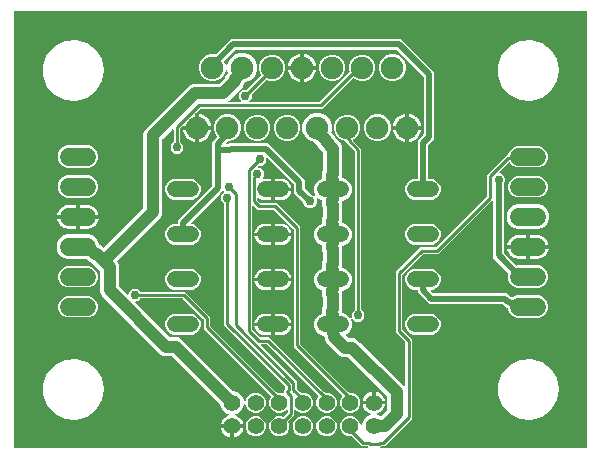
<source format=gbr>
G04 EAGLE Gerber RS-274X export*
G75*
%MOMM*%
%FSLAX34Y34*%
%LPD*%
%INTop Copper*%
%IPPOS*%
%AMOC8*
5,1,8,0,0,1.08239X$1,22.5*%
G01*
%ADD10C,1.320800*%
%ADD11C,1.900000*%
%ADD12C,1.508000*%
%ADD13C,1.408000*%
%ADD14C,1.000000*%
%ADD15C,0.254000*%
%ADD16C,0.756400*%
%ADD17C,0.508000*%

G36*
X334124Y365272D02*
X334124Y365272D01*
X334196Y365274D01*
X334245Y365292D01*
X334296Y365300D01*
X334359Y365334D01*
X334427Y365359D01*
X334467Y365391D01*
X334513Y365416D01*
X334563Y365467D01*
X334619Y365512D01*
X334647Y365556D01*
X334683Y365594D01*
X334713Y365659D01*
X334752Y365719D01*
X334764Y365770D01*
X334786Y365817D01*
X334794Y365888D01*
X334812Y365958D01*
X334808Y366010D01*
X334813Y366061D01*
X334798Y366132D01*
X334793Y366203D01*
X334772Y366251D01*
X334761Y366302D01*
X334724Y366363D01*
X334696Y366429D01*
X334651Y366485D01*
X334635Y366513D01*
X334617Y366528D01*
X334591Y366560D01*
X334345Y366806D01*
X334271Y366859D01*
X334202Y366919D01*
X334172Y366931D01*
X334146Y366950D01*
X334059Y366977D01*
X333974Y367011D01*
X333933Y367015D01*
X333910Y367022D01*
X333878Y367021D01*
X333807Y367029D01*
X329042Y367029D01*
X321159Y374912D01*
X321085Y374965D01*
X321016Y375025D01*
X320986Y375037D01*
X320960Y375056D01*
X320873Y375083D01*
X320788Y375117D01*
X320747Y375121D01*
X320725Y375128D01*
X320692Y375127D01*
X320621Y375135D01*
X317696Y375135D01*
X314548Y376439D01*
X312139Y378848D01*
X310835Y381996D01*
X310835Y385404D01*
X312139Y388552D01*
X314548Y390961D01*
X317696Y392265D01*
X321104Y392265D01*
X324252Y390961D01*
X326661Y388552D01*
X327898Y385565D01*
X327936Y385504D01*
X327965Y385439D01*
X328000Y385400D01*
X328027Y385356D01*
X328083Y385310D01*
X328131Y385257D01*
X328177Y385232D01*
X328217Y385199D01*
X328284Y385173D01*
X328347Y385139D01*
X328398Y385130D01*
X328447Y385111D01*
X328518Y385108D01*
X328589Y385095D01*
X328640Y385103D01*
X328692Y385101D01*
X328761Y385120D01*
X328832Y385131D01*
X328879Y385155D01*
X328929Y385169D01*
X328987Y385210D01*
X329051Y385242D01*
X329088Y385280D01*
X329131Y385309D01*
X329173Y385367D01*
X329224Y385418D01*
X329258Y385481D01*
X329277Y385507D01*
X329285Y385529D01*
X329305Y385565D01*
X330888Y389388D01*
X333712Y392212D01*
X336219Y393251D01*
X336305Y393304D01*
X336395Y393352D01*
X336410Y393369D01*
X336429Y393380D01*
X336493Y393458D01*
X336562Y393532D01*
X336571Y393553D01*
X336585Y393570D01*
X336622Y393664D01*
X336663Y393757D01*
X336666Y393779D01*
X336674Y393799D01*
X336678Y393900D01*
X336688Y394001D01*
X336683Y394023D01*
X336684Y394045D01*
X336656Y394142D01*
X336633Y394241D01*
X336622Y394260D01*
X336615Y394281D01*
X336558Y394364D01*
X336505Y394451D01*
X336488Y394465D01*
X336475Y394483D01*
X336394Y394544D01*
X336316Y394609D01*
X336291Y394620D01*
X336278Y394630D01*
X336247Y394640D01*
X336163Y394678D01*
X335722Y394821D01*
X334379Y395506D01*
X333158Y396392D01*
X332092Y397458D01*
X331206Y398679D01*
X330521Y400022D01*
X330055Y401457D01*
X329941Y402177D01*
X338638Y402177D01*
X338658Y402180D01*
X338677Y402178D01*
X338779Y402200D01*
X338881Y402217D01*
X338898Y402226D01*
X338918Y402230D01*
X339007Y402283D01*
X339098Y402332D01*
X339112Y402346D01*
X339129Y402356D01*
X339196Y402435D01*
X339267Y402510D01*
X339276Y402528D01*
X339289Y402543D01*
X339327Y402639D01*
X339371Y402733D01*
X339373Y402753D01*
X339381Y402771D01*
X339399Y402938D01*
X339399Y403701D01*
X339401Y403701D01*
X339401Y402938D01*
X339404Y402918D01*
X339402Y402899D01*
X339424Y402797D01*
X339441Y402695D01*
X339450Y402678D01*
X339454Y402658D01*
X339507Y402569D01*
X339556Y402478D01*
X339570Y402464D01*
X339580Y402447D01*
X339659Y402380D01*
X339734Y402309D01*
X339752Y402300D01*
X339767Y402287D01*
X339863Y402248D01*
X339957Y402205D01*
X339977Y402203D01*
X339995Y402195D01*
X340162Y402177D01*
X348859Y402177D01*
X348745Y401457D01*
X348279Y400022D01*
X347594Y398679D01*
X346708Y397458D01*
X345642Y396392D01*
X344421Y395506D01*
X343078Y394821D01*
X342637Y394678D01*
X342547Y394631D01*
X342454Y394590D01*
X342438Y394575D01*
X342418Y394565D01*
X342348Y394492D01*
X342273Y394424D01*
X342262Y394404D01*
X342247Y394389D01*
X342203Y394297D01*
X342154Y394208D01*
X342150Y394186D01*
X342141Y394167D01*
X342129Y394066D01*
X342111Y393966D01*
X342114Y393944D01*
X342111Y393922D01*
X342132Y393823D01*
X342146Y393723D01*
X342157Y393703D01*
X342161Y393681D01*
X342212Y393594D01*
X342258Y393504D01*
X342274Y393488D01*
X342285Y393469D01*
X342361Y393402D01*
X342434Y393331D01*
X342458Y393318D01*
X342470Y393307D01*
X342500Y393295D01*
X342581Y393251D01*
X344794Y392334D01*
X344908Y392307D01*
X345021Y392278D01*
X345028Y392279D01*
X345034Y392277D01*
X345150Y392288D01*
X345267Y392298D01*
X345272Y392300D01*
X345279Y392301D01*
X345386Y392348D01*
X345493Y392394D01*
X345499Y392398D01*
X345503Y392401D01*
X345517Y392413D01*
X345624Y392499D01*
X350424Y397299D01*
X350477Y397373D01*
X350537Y397442D01*
X350549Y397473D01*
X350568Y397499D01*
X350595Y397586D01*
X350629Y397671D01*
X350633Y397712D01*
X350640Y397734D01*
X350639Y397766D01*
X350647Y397837D01*
X350647Y408867D01*
X350633Y408957D01*
X350625Y409048D01*
X350613Y409077D01*
X350608Y409109D01*
X350565Y409190D01*
X350529Y409274D01*
X350503Y409306D01*
X350492Y409327D01*
X350469Y409349D01*
X350424Y409405D01*
X317965Y441864D01*
X317891Y441917D01*
X317822Y441977D01*
X317791Y441989D01*
X317765Y442008D01*
X317678Y442035D01*
X317593Y442069D01*
X317552Y442073D01*
X317530Y442080D01*
X317498Y442079D01*
X317427Y442087D01*
X313369Y442087D01*
X310428Y443305D01*
X299033Y454700D01*
X297815Y457641D01*
X297815Y458084D01*
X297805Y458149D01*
X297804Y458215D01*
X297781Y458295D01*
X297776Y458327D01*
X297766Y458344D01*
X297757Y458376D01*
X297157Y459825D01*
X297095Y459925D01*
X297035Y460025D01*
X297031Y460029D01*
X297027Y460034D01*
X296938Y460109D01*
X296848Y460185D01*
X296843Y460187D01*
X296838Y460191D01*
X296730Y460233D01*
X296620Y460277D01*
X296613Y460278D01*
X296608Y460279D01*
X296590Y460280D01*
X296454Y460295D01*
X296286Y460295D01*
X292755Y461758D01*
X290054Y464459D01*
X288591Y467990D01*
X288591Y471810D01*
X290054Y475341D01*
X292755Y478042D01*
X295313Y479102D01*
X295413Y479164D01*
X295513Y479224D01*
X295517Y479228D01*
X295522Y479232D01*
X295597Y479322D01*
X295673Y479410D01*
X295675Y479416D01*
X295679Y479421D01*
X295721Y479530D01*
X295765Y479639D01*
X295766Y479646D01*
X295767Y479651D01*
X295768Y479669D01*
X295783Y479805D01*
X295783Y483175D01*
X296741Y485488D01*
X296756Y485552D01*
X296781Y485613D01*
X296790Y485696D01*
X296797Y485728D01*
X296796Y485747D01*
X296799Y485780D01*
X296799Y491612D01*
X296791Y491663D01*
X296792Y491668D01*
X296789Y491681D01*
X296788Y491743D01*
X296765Y491823D01*
X296760Y491855D01*
X296750Y491872D01*
X296741Y491904D01*
X295783Y494217D01*
X295783Y498095D01*
X295765Y498209D01*
X295747Y498326D01*
X295745Y498331D01*
X295744Y498337D01*
X295689Y498440D01*
X295636Y498545D01*
X295631Y498549D01*
X295628Y498555D01*
X295544Y498635D01*
X295460Y498717D01*
X295454Y498721D01*
X295450Y498724D01*
X295433Y498732D01*
X295313Y498798D01*
X292755Y499858D01*
X290054Y502559D01*
X288591Y506090D01*
X288591Y509910D01*
X290054Y513441D01*
X292755Y516142D01*
X295313Y517202D01*
X295413Y517264D01*
X295513Y517324D01*
X295517Y517328D01*
X295522Y517332D01*
X295597Y517422D01*
X295673Y517510D01*
X295675Y517516D01*
X295679Y517521D01*
X295721Y517630D01*
X295765Y517739D01*
X295766Y517746D01*
X295767Y517751D01*
X295768Y517769D01*
X295783Y517905D01*
X295783Y521783D01*
X296741Y524096D01*
X296750Y524135D01*
X296761Y524157D01*
X296763Y524176D01*
X296781Y524221D01*
X296790Y524304D01*
X296797Y524336D01*
X296796Y524355D01*
X296799Y524388D01*
X296799Y530220D01*
X296789Y530285D01*
X296788Y530351D01*
X296765Y530431D01*
X296760Y530463D01*
X296750Y530480D01*
X296741Y530512D01*
X295783Y532825D01*
X295783Y536195D01*
X295764Y536309D01*
X295747Y536426D01*
X295745Y536431D01*
X295744Y536437D01*
X295689Y536540D01*
X295636Y536645D01*
X295631Y536649D01*
X295628Y536655D01*
X295544Y536735D01*
X295460Y536817D01*
X295454Y536821D01*
X295450Y536824D01*
X295433Y536832D01*
X295313Y536898D01*
X292755Y537958D01*
X290054Y540659D01*
X288591Y544190D01*
X288591Y548010D01*
X290054Y551541D01*
X292755Y554242D01*
X295313Y555302D01*
X295413Y555364D01*
X295513Y555424D01*
X295517Y555428D01*
X295522Y555432D01*
X295597Y555522D01*
X295673Y555610D01*
X295675Y555616D01*
X295679Y555621D01*
X295721Y555730D01*
X295765Y555839D01*
X295766Y555846D01*
X295767Y555851D01*
X295768Y555869D01*
X295783Y556005D01*
X295783Y559375D01*
X296741Y561688D01*
X296756Y561752D01*
X296781Y561813D01*
X296790Y561896D01*
X296797Y561928D01*
X296796Y561947D01*
X296799Y561980D01*
X296799Y567812D01*
X296789Y567877D01*
X296788Y567943D01*
X296765Y568023D01*
X296760Y568055D01*
X296750Y568072D01*
X296741Y568104D01*
X295783Y570417D01*
X295783Y574295D01*
X295764Y574409D01*
X295747Y574526D01*
X295745Y574531D01*
X295744Y574537D01*
X295689Y574640D01*
X295636Y574745D01*
X295631Y574749D01*
X295628Y574755D01*
X295544Y574835D01*
X295460Y574917D01*
X295454Y574921D01*
X295450Y574924D01*
X295433Y574932D01*
X295313Y574998D01*
X292755Y576058D01*
X292327Y576485D01*
X292249Y576542D01*
X292173Y576604D01*
X292149Y576614D01*
X292128Y576629D01*
X292035Y576657D01*
X291944Y576692D01*
X291918Y576694D01*
X291893Y576701D01*
X291795Y576699D01*
X291698Y576703D01*
X291673Y576696D01*
X291647Y576695D01*
X291555Y576661D01*
X291462Y576634D01*
X291440Y576619D01*
X291416Y576610D01*
X291340Y576550D01*
X291260Y576494D01*
X291244Y576473D01*
X291224Y576457D01*
X291171Y576375D01*
X291113Y576297D01*
X291105Y576272D01*
X291091Y576250D01*
X291067Y576155D01*
X291037Y576063D01*
X291037Y576037D01*
X291031Y576011D01*
X291038Y575914D01*
X291039Y575817D01*
X291048Y575785D01*
X291050Y575766D01*
X291063Y575736D01*
X291086Y575656D01*
X291279Y575190D01*
X291279Y572890D01*
X290398Y570764D01*
X288772Y569138D01*
X286646Y568257D01*
X284346Y568257D01*
X282220Y569138D01*
X280594Y570764D01*
X279713Y572890D01*
X279713Y573086D01*
X279710Y573104D01*
X279712Y573121D01*
X279697Y573189D01*
X279691Y573267D01*
X279679Y573297D01*
X279674Y573329D01*
X279663Y573349D01*
X279660Y573362D01*
X279629Y573414D01*
X279595Y573493D01*
X279569Y573525D01*
X279558Y573546D01*
X279539Y573565D01*
X279534Y573573D01*
X279526Y573580D01*
X279490Y573624D01*
X274694Y578420D01*
X271811Y581303D01*
X271811Y588100D01*
X271797Y588190D01*
X271789Y588281D01*
X271777Y588311D01*
X271772Y588343D01*
X271729Y588423D01*
X271693Y588507D01*
X271667Y588539D01*
X271656Y588560D01*
X271633Y588582D01*
X271588Y588638D01*
X249430Y610796D01*
X249372Y610838D01*
X249320Y610887D01*
X249273Y610909D01*
X249231Y610940D01*
X249162Y610961D01*
X249097Y610991D01*
X249045Y610997D01*
X248995Y611012D01*
X248924Y611010D01*
X248853Y611018D01*
X248802Y611007D01*
X248750Y611006D01*
X248682Y610981D01*
X248612Y610966D01*
X248567Y610939D01*
X248519Y610921D01*
X248463Y610876D01*
X248401Y610840D01*
X248367Y610800D01*
X248327Y610768D01*
X248288Y610707D01*
X248241Y610653D01*
X248222Y610604D01*
X248194Y610561D01*
X248176Y610491D01*
X248149Y610425D01*
X248141Y610353D01*
X248133Y610322D01*
X248135Y610299D01*
X248131Y610258D01*
X248131Y607402D01*
X245022Y604293D01*
X241785Y604293D01*
X241695Y604279D01*
X241604Y604271D01*
X241574Y604259D01*
X241542Y604254D01*
X241462Y604211D01*
X241378Y604175D01*
X241346Y604149D01*
X241325Y604138D01*
X241303Y604115D01*
X241247Y604070D01*
X241191Y604014D01*
X241149Y603956D01*
X241099Y603904D01*
X241077Y603857D01*
X241047Y603815D01*
X241026Y603746D01*
X240996Y603681D01*
X240990Y603629D01*
X240975Y603580D01*
X240977Y603508D01*
X240969Y603437D01*
X240980Y603386D01*
X240981Y603334D01*
X241006Y603266D01*
X241021Y603196D01*
X241048Y603152D01*
X241065Y603103D01*
X241110Y603047D01*
X241147Y602985D01*
X241187Y602951D01*
X241219Y602911D01*
X241279Y602872D01*
X241334Y602825D01*
X241382Y602806D01*
X241426Y602778D01*
X241496Y602760D01*
X241562Y602733D01*
X241633Y602725D01*
X241664Y602717D01*
X241688Y602719D01*
X241729Y602715D01*
X242990Y602715D01*
X246099Y599606D01*
X246099Y595210D01*
X245446Y594558D01*
X245433Y594539D01*
X245415Y594524D01*
X245361Y594439D01*
X245303Y594358D01*
X245296Y594336D01*
X245284Y594316D01*
X245260Y594219D01*
X245231Y594123D01*
X245231Y594100D01*
X245226Y594077D01*
X245234Y593977D01*
X245237Y593877D01*
X245245Y593855D01*
X245247Y593832D01*
X245287Y593740D01*
X245321Y593646D01*
X245336Y593628D01*
X245345Y593607D01*
X245412Y593532D01*
X245475Y593454D01*
X245494Y593441D01*
X245510Y593424D01*
X245597Y593375D01*
X245682Y593321D01*
X245704Y593315D01*
X245724Y593304D01*
X245823Y593285D01*
X245920Y593261D01*
X245943Y593263D01*
X245966Y593258D01*
X246133Y593273D01*
X246495Y593345D01*
X252477Y593345D01*
X252477Y584962D01*
X252480Y584942D01*
X252478Y584923D01*
X252500Y584821D01*
X252517Y584719D01*
X252526Y584702D01*
X252530Y584682D01*
X252583Y584593D01*
X252632Y584502D01*
X252646Y584488D01*
X252656Y584471D01*
X252735Y584404D01*
X252810Y584333D01*
X252828Y584324D01*
X252843Y584311D01*
X252939Y584273D01*
X253033Y584229D01*
X253053Y584227D01*
X253071Y584219D01*
X253238Y584201D01*
X254001Y584201D01*
X254001Y584199D01*
X253238Y584199D01*
X253218Y584196D01*
X253199Y584198D01*
X253097Y584176D01*
X252995Y584159D01*
X252978Y584150D01*
X252958Y584146D01*
X252869Y584093D01*
X252778Y584044D01*
X252764Y584030D01*
X252747Y584020D01*
X252680Y583941D01*
X252609Y583866D01*
X252600Y583848D01*
X252587Y583833D01*
X252548Y583737D01*
X252505Y583643D01*
X252503Y583623D01*
X252495Y583605D01*
X252477Y583438D01*
X252477Y575055D01*
X246495Y575055D01*
X244729Y575407D01*
X243064Y576096D01*
X241723Y576992D01*
X241614Y577042D01*
X241505Y577093D01*
X241502Y577093D01*
X241499Y577094D01*
X241379Y577107D01*
X241261Y577120D01*
X241257Y577119D01*
X241254Y577119D01*
X241138Y577093D01*
X241020Y577067D01*
X241017Y577066D01*
X241014Y577065D01*
X240912Y577003D01*
X240809Y576941D01*
X240807Y576939D01*
X240804Y576937D01*
X240727Y576845D01*
X240649Y576754D01*
X240648Y576751D01*
X240646Y576749D01*
X240602Y576638D01*
X240557Y576526D01*
X240557Y576522D01*
X240556Y576520D01*
X240555Y576509D01*
X240539Y576359D01*
X240539Y575513D01*
X240553Y575423D01*
X240561Y575332D01*
X240573Y575302D01*
X240578Y575270D01*
X240621Y575190D01*
X240657Y575106D01*
X240683Y575073D01*
X240694Y575053D01*
X240717Y575031D01*
X240762Y574975D01*
X242743Y572994D01*
X242817Y572941D01*
X242886Y572881D01*
X242916Y572869D01*
X242942Y572850D01*
X243030Y572823D01*
X243114Y572789D01*
X243155Y572785D01*
X243177Y572778D01*
X243210Y572779D01*
X243281Y572771D01*
X257190Y572771D01*
X277115Y552846D01*
X277115Y453593D01*
X277129Y453503D01*
X277137Y453412D01*
X277149Y453382D01*
X277154Y453350D01*
X277197Y453270D01*
X277233Y453186D01*
X277259Y453154D01*
X277270Y453133D01*
X277293Y453111D01*
X277321Y453076D01*
X277321Y453075D01*
X277322Y453074D01*
X277338Y453055D01*
X317905Y412488D01*
X317979Y412435D01*
X318048Y412375D01*
X318078Y412363D01*
X318104Y412344D01*
X318191Y412317D01*
X318276Y412283D01*
X318317Y412279D01*
X318339Y412272D01*
X318372Y412273D01*
X318443Y412265D01*
X321104Y412265D01*
X324252Y410961D01*
X326661Y408552D01*
X327965Y405404D01*
X327965Y401996D01*
X326661Y398848D01*
X324252Y396439D01*
X321104Y395135D01*
X317696Y395135D01*
X314548Y396439D01*
X312139Y398848D01*
X310835Y401996D01*
X310835Y405404D01*
X312139Y408552D01*
X312499Y408912D01*
X312511Y408928D01*
X312527Y408940D01*
X312583Y409027D01*
X312643Y409111D01*
X312649Y409130D01*
X312660Y409147D01*
X312685Y409248D01*
X312715Y409347D01*
X312715Y409366D01*
X312720Y409386D01*
X312712Y409489D01*
X312709Y409592D01*
X312702Y409611D01*
X312700Y409631D01*
X312660Y409726D01*
X312624Y409823D01*
X312612Y409839D01*
X312604Y409857D01*
X312499Y409988D01*
X273385Y449102D01*
X271525Y450962D01*
X271525Y550215D01*
X271511Y550305D01*
X271503Y550396D01*
X271491Y550426D01*
X271486Y550458D01*
X271443Y550538D01*
X271407Y550622D01*
X271381Y550654D01*
X271370Y550675D01*
X271347Y550697D01*
X271302Y550753D01*
X255097Y566958D01*
X255023Y567011D01*
X254954Y567071D01*
X254924Y567083D01*
X254898Y567102D01*
X254811Y567129D01*
X254726Y567163D01*
X254685Y567167D01*
X254663Y567174D01*
X254630Y567173D01*
X254559Y567181D01*
X240650Y567181D01*
X237774Y570057D01*
X237716Y570099D01*
X237664Y570149D01*
X237617Y570171D01*
X237575Y570201D01*
X237506Y570222D01*
X237441Y570252D01*
X237389Y570258D01*
X237339Y570273D01*
X237268Y570271D01*
X237197Y570279D01*
X237146Y570268D01*
X237094Y570267D01*
X237026Y570242D01*
X236956Y570227D01*
X236911Y570200D01*
X236863Y570182D01*
X236807Y570138D01*
X236745Y570101D01*
X236711Y570061D01*
X236671Y570029D01*
X236632Y569968D01*
X236585Y569914D01*
X236566Y569866D01*
X236538Y569822D01*
X236520Y569752D01*
X236493Y569686D01*
X236485Y569614D01*
X236477Y569583D01*
X236479Y569560D01*
X236475Y569519D01*
X236475Y465785D01*
X236489Y465695D01*
X236497Y465604D01*
X236509Y465574D01*
X236514Y465542D01*
X236557Y465462D01*
X236593Y465378D01*
X236619Y465346D01*
X236630Y465325D01*
X236653Y465303D01*
X236698Y465247D01*
X242743Y459202D01*
X242817Y459149D01*
X242886Y459089D01*
X242916Y459077D01*
X242942Y459058D01*
X243029Y459031D01*
X243114Y458997D01*
X243155Y458993D01*
X243177Y458986D01*
X243210Y458987D01*
X243281Y458979D01*
X251094Y458979D01*
X252954Y457119D01*
X297585Y412488D01*
X297659Y412435D01*
X297728Y412375D01*
X297758Y412363D01*
X297784Y412344D01*
X297871Y412317D01*
X297956Y412283D01*
X297997Y412279D01*
X298019Y412272D01*
X298052Y412273D01*
X298123Y412265D01*
X301104Y412265D01*
X304252Y410961D01*
X306661Y408552D01*
X307965Y405404D01*
X307965Y401996D01*
X306661Y398848D01*
X304252Y396439D01*
X301104Y395135D01*
X297696Y395135D01*
X294548Y396439D01*
X292139Y398848D01*
X290835Y401996D01*
X290835Y405404D01*
X292139Y408552D01*
X292339Y408752D01*
X292351Y408768D01*
X292367Y408780D01*
X292423Y408867D01*
X292483Y408951D01*
X292489Y408970D01*
X292500Y408987D01*
X292525Y409088D01*
X292555Y409187D01*
X292555Y409206D01*
X292560Y409226D01*
X292552Y409329D01*
X292549Y409432D01*
X292542Y409451D01*
X292540Y409471D01*
X292500Y409566D01*
X292464Y409663D01*
X292452Y409679D01*
X292444Y409697D01*
X292339Y409828D01*
X249001Y453166D01*
X248927Y453219D01*
X248858Y453279D01*
X248828Y453291D01*
X248802Y453310D01*
X248715Y453337D01*
X248630Y453371D01*
X248589Y453375D01*
X248567Y453382D01*
X248534Y453381D01*
X248463Y453389D01*
X244297Y453389D01*
X244226Y453378D01*
X244154Y453376D01*
X244105Y453358D01*
X244054Y453350D01*
X243991Y453316D01*
X243923Y453291D01*
X243883Y453259D01*
X243837Y453234D01*
X243787Y453182D01*
X243731Y453138D01*
X243703Y453094D01*
X243667Y453056D01*
X243637Y452991D01*
X243598Y452931D01*
X243586Y452880D01*
X243564Y452833D01*
X243556Y452762D01*
X243538Y452692D01*
X243542Y452640D01*
X243537Y452589D01*
X243552Y452518D01*
X243557Y452447D01*
X243578Y452399D01*
X243589Y452348D01*
X243626Y452287D01*
X243654Y452221D01*
X243699Y452165D01*
X243715Y452137D01*
X243733Y452122D01*
X243759Y452090D01*
X274067Y421782D01*
X274067Y416001D01*
X274081Y415911D01*
X274089Y415820D01*
X274101Y415790D01*
X274106Y415758D01*
X274149Y415678D01*
X274185Y415594D01*
X274211Y415562D01*
X274222Y415541D01*
X274245Y415519D01*
X274290Y415463D01*
X277265Y412488D01*
X277339Y412435D01*
X277408Y412375D01*
X277438Y412363D01*
X277464Y412344D01*
X277551Y412317D01*
X277636Y412283D01*
X277677Y412279D01*
X277699Y412272D01*
X277732Y412273D01*
X277803Y412265D01*
X281104Y412265D01*
X284252Y410961D01*
X286661Y408552D01*
X287965Y405404D01*
X287965Y401996D01*
X286661Y398848D01*
X284252Y396439D01*
X281104Y395135D01*
X277696Y395135D01*
X274548Y396439D01*
X273334Y397653D01*
X273276Y397695D01*
X273224Y397745D01*
X273177Y397767D01*
X273135Y397797D01*
X273066Y397818D01*
X273001Y397848D01*
X272949Y397854D01*
X272899Y397869D01*
X272828Y397867D01*
X272757Y397875D01*
X272706Y397864D01*
X272654Y397863D01*
X272586Y397838D01*
X272516Y397823D01*
X272471Y397796D01*
X272423Y397778D01*
X272367Y397734D01*
X272305Y397697D01*
X272271Y397657D01*
X272231Y397625D01*
X272192Y397564D01*
X272145Y397510D01*
X272126Y397462D01*
X272098Y397418D01*
X272080Y397348D01*
X272053Y397282D01*
X272045Y397210D01*
X272037Y397179D01*
X272039Y397156D01*
X272035Y397115D01*
X272035Y393050D01*
X270175Y391190D01*
X267277Y388292D01*
X267209Y388198D01*
X267139Y388104D01*
X267137Y388098D01*
X267133Y388093D01*
X267099Y387982D01*
X267063Y387870D01*
X267063Y387864D01*
X267061Y387858D01*
X267064Y387741D01*
X267065Y387624D01*
X267067Y387617D01*
X267067Y387612D01*
X267074Y387594D01*
X267112Y387463D01*
X267965Y385404D01*
X267965Y381996D01*
X266661Y378848D01*
X264252Y376439D01*
X261104Y375135D01*
X257696Y375135D01*
X254548Y376439D01*
X252139Y378848D01*
X250835Y381996D01*
X250835Y385404D01*
X252139Y388552D01*
X254548Y390961D01*
X257696Y392265D01*
X261104Y392265D01*
X262218Y391803D01*
X262332Y391776D01*
X262445Y391748D01*
X262452Y391748D01*
X262458Y391747D01*
X262574Y391758D01*
X262690Y391767D01*
X262696Y391769D01*
X262703Y391770D01*
X262810Y391818D01*
X262917Y391863D01*
X262923Y391868D01*
X262927Y391870D01*
X262941Y391883D01*
X263048Y391968D01*
X266222Y395143D01*
X266275Y395217D01*
X266335Y395286D01*
X266347Y395316D01*
X266366Y395342D01*
X266393Y395430D01*
X266427Y395514D01*
X266431Y395555D01*
X266438Y395577D01*
X266437Y395610D01*
X266445Y395681D01*
X266445Y396795D01*
X266434Y396866D01*
X266432Y396938D01*
X266414Y396986D01*
X266406Y397038D01*
X266372Y397101D01*
X266347Y397169D01*
X266315Y397209D01*
X266290Y397255D01*
X266238Y397305D01*
X266194Y397361D01*
X266150Y397389D01*
X266112Y397425D01*
X266047Y397455D01*
X265987Y397494D01*
X265936Y397506D01*
X265889Y397528D01*
X265818Y397536D01*
X265748Y397554D01*
X265696Y397550D01*
X265645Y397555D01*
X265574Y397540D01*
X265503Y397534D01*
X265455Y397514D01*
X265404Y397503D01*
X265343Y397466D01*
X265277Y397438D01*
X265221Y397393D01*
X265193Y397377D01*
X265178Y397359D01*
X265146Y397333D01*
X264252Y396439D01*
X261104Y395135D01*
X257696Y395135D01*
X254548Y396439D01*
X252139Y398848D01*
X250835Y401996D01*
X250835Y405404D01*
X252190Y408673D01*
X252216Y408787D01*
X252245Y408901D01*
X252244Y408907D01*
X252246Y408913D01*
X252235Y409029D01*
X252226Y409146D01*
X252223Y409151D01*
X252223Y409158D01*
X252175Y409265D01*
X252129Y409372D01*
X252125Y409378D01*
X252123Y409382D01*
X252110Y409396D01*
X252025Y409503D01*
X197185Y464342D01*
X195325Y466202D01*
X195325Y474015D01*
X195311Y474105D01*
X195303Y474196D01*
X195291Y474226D01*
X195286Y474258D01*
X195243Y474338D01*
X195207Y474422D01*
X195181Y474454D01*
X195170Y474475D01*
X195147Y474497D01*
X195102Y474553D01*
X177881Y491774D01*
X177807Y491827D01*
X177738Y491887D01*
X177708Y491899D01*
X177682Y491918D01*
X177595Y491945D01*
X177510Y491979D01*
X177469Y491983D01*
X177447Y491990D01*
X177414Y491989D01*
X177343Y491997D01*
X142185Y491997D01*
X142095Y491983D01*
X142004Y491975D01*
X141975Y491963D01*
X141943Y491958D01*
X141862Y491915D01*
X141778Y491879D01*
X141746Y491853D01*
X141725Y491842D01*
X141703Y491819D01*
X141647Y491774D01*
X139358Y489485D01*
X138347Y489485D01*
X138277Y489474D01*
X138205Y489472D01*
X138156Y489454D01*
X138105Y489446D01*
X138041Y489412D01*
X137974Y489387D01*
X137933Y489355D01*
X137887Y489330D01*
X137838Y489278D01*
X137782Y489234D01*
X137754Y489190D01*
X137718Y489152D01*
X137688Y489087D01*
X137649Y489027D01*
X137636Y488976D01*
X137614Y488929D01*
X137606Y488858D01*
X137589Y488788D01*
X137593Y488736D01*
X137587Y488685D01*
X137602Y488614D01*
X137608Y488543D01*
X137628Y488495D01*
X137639Y488444D01*
X137676Y488383D01*
X137704Y488317D01*
X137749Y488261D01*
X137765Y488233D01*
X137783Y488218D01*
X137809Y488186D01*
X166667Y459328D01*
X166741Y459275D01*
X166810Y459215D01*
X166841Y459203D01*
X166867Y459184D01*
X166954Y459157D01*
X167039Y459123D01*
X167080Y459119D01*
X167102Y459112D01*
X167134Y459113D01*
X167205Y459105D01*
X173295Y459105D01*
X176236Y457887D01*
X220159Y413964D01*
X220233Y413911D01*
X220302Y413851D01*
X220333Y413839D01*
X220359Y413820D01*
X220446Y413793D01*
X220531Y413759D01*
X220572Y413755D01*
X220594Y413748D01*
X220626Y413749D01*
X220697Y413741D01*
X221397Y413741D01*
X225088Y412212D01*
X227912Y409388D01*
X229495Y405565D01*
X229533Y405504D01*
X229562Y405439D01*
X229598Y405400D01*
X229625Y405356D01*
X229680Y405310D01*
X229729Y405257D01*
X229775Y405232D01*
X229815Y405199D01*
X229881Y405173D01*
X229944Y405139D01*
X229996Y405130D01*
X230044Y405111D01*
X230116Y405108D01*
X230186Y405095D01*
X230238Y405103D01*
X230290Y405101D01*
X230359Y405121D01*
X230430Y405131D01*
X230476Y405155D01*
X230526Y405169D01*
X230585Y405210D01*
X230649Y405242D01*
X230685Y405280D01*
X230728Y405309D01*
X230771Y405367D01*
X230821Y405418D01*
X230856Y405481D01*
X230875Y405507D01*
X230882Y405529D01*
X230902Y405565D01*
X232139Y408552D01*
X234548Y410961D01*
X237696Y412265D01*
X241104Y412265D01*
X244252Y410961D01*
X246661Y408552D01*
X247965Y405404D01*
X247965Y401996D01*
X246661Y398848D01*
X244252Y396439D01*
X241104Y395135D01*
X237696Y395135D01*
X234548Y396439D01*
X232139Y398848D01*
X230902Y401835D01*
X230864Y401896D01*
X230835Y401961D01*
X230800Y402000D01*
X230772Y402044D01*
X230717Y402090D01*
X230669Y402143D01*
X230623Y402168D01*
X230583Y402201D01*
X230516Y402227D01*
X230453Y402261D01*
X230402Y402270D01*
X230353Y402289D01*
X230282Y402292D01*
X230211Y402305D01*
X230160Y402297D01*
X230108Y402299D01*
X230039Y402279D01*
X229968Y402269D01*
X229921Y402245D01*
X229871Y402231D01*
X229813Y402190D01*
X229749Y402158D01*
X229712Y402120D01*
X229669Y402091D01*
X229627Y402033D01*
X229576Y401982D01*
X229542Y401919D01*
X229523Y401893D01*
X229515Y401871D01*
X229495Y401835D01*
X227912Y398012D01*
X225088Y395188D01*
X222581Y394149D01*
X222495Y394096D01*
X222405Y394048D01*
X222390Y394031D01*
X222371Y394020D01*
X222307Y393942D01*
X222238Y393868D01*
X222229Y393847D01*
X222215Y393830D01*
X222178Y393735D01*
X222137Y393643D01*
X222134Y393621D01*
X222126Y393601D01*
X222122Y393500D01*
X222112Y393399D01*
X222117Y393377D01*
X222116Y393355D01*
X222144Y393258D01*
X222167Y393159D01*
X222178Y393140D01*
X222185Y393119D01*
X222242Y393036D01*
X222295Y392949D01*
X222312Y392935D01*
X222325Y392917D01*
X222406Y392856D01*
X222484Y392791D01*
X222509Y392780D01*
X222522Y392770D01*
X222553Y392760D01*
X222637Y392722D01*
X223078Y392579D01*
X224421Y391894D01*
X225642Y391008D01*
X226708Y389942D01*
X227594Y388721D01*
X228279Y387378D01*
X228745Y385943D01*
X228859Y385223D01*
X220162Y385223D01*
X220142Y385220D01*
X220123Y385222D01*
X220021Y385200D01*
X219919Y385183D01*
X219902Y385174D01*
X219882Y385170D01*
X219793Y385117D01*
X219702Y385068D01*
X219688Y385054D01*
X219671Y385044D01*
X219604Y384965D01*
X219533Y384890D01*
X219524Y384872D01*
X219511Y384857D01*
X219473Y384761D01*
X219429Y384667D01*
X219427Y384647D01*
X219419Y384629D01*
X219401Y384462D01*
X219401Y383699D01*
X219399Y383699D01*
X219399Y384462D01*
X219396Y384482D01*
X219398Y384501D01*
X219376Y384603D01*
X219359Y384705D01*
X219350Y384722D01*
X219346Y384742D01*
X219293Y384831D01*
X219244Y384922D01*
X219230Y384936D01*
X219220Y384953D01*
X219141Y385020D01*
X219066Y385091D01*
X219048Y385100D01*
X219033Y385113D01*
X218937Y385152D01*
X218843Y385195D01*
X218823Y385197D01*
X218805Y385205D01*
X218638Y385223D01*
X209941Y385223D01*
X210055Y385943D01*
X210521Y387378D01*
X211206Y388721D01*
X212092Y389942D01*
X213158Y391008D01*
X214379Y391894D01*
X215722Y392579D01*
X216163Y392722D01*
X216253Y392769D01*
X216346Y392810D01*
X216362Y392825D01*
X216382Y392835D01*
X216452Y392908D01*
X216527Y392976D01*
X216538Y392996D01*
X216553Y393011D01*
X216597Y393103D01*
X216646Y393192D01*
X216650Y393214D01*
X216659Y393233D01*
X216671Y393334D01*
X216689Y393434D01*
X216686Y393456D01*
X216689Y393478D01*
X216668Y393577D01*
X216654Y393677D01*
X216643Y393697D01*
X216639Y393719D01*
X216588Y393806D01*
X216542Y393896D01*
X216526Y393912D01*
X216515Y393931D01*
X216439Y393998D01*
X216366Y394069D01*
X216342Y394082D01*
X216330Y394093D01*
X216300Y394105D01*
X216219Y394149D01*
X213712Y395188D01*
X210888Y398012D01*
X209359Y401703D01*
X209359Y401819D01*
X209357Y401831D01*
X209358Y401840D01*
X209348Y401887D01*
X209345Y401909D01*
X209337Y402000D01*
X209325Y402029D01*
X209320Y402061D01*
X209277Y402142D01*
X209241Y402226D01*
X209215Y402258D01*
X209204Y402279D01*
X209181Y402301D01*
X209136Y402357D01*
X168613Y442880D01*
X168539Y442933D01*
X168470Y442993D01*
X168439Y443005D01*
X168413Y443024D01*
X168326Y443051D01*
X168241Y443085D01*
X168200Y443089D01*
X168178Y443096D01*
X168146Y443095D01*
X168075Y443103D01*
X161985Y443103D01*
X159044Y444321D01*
X109041Y494324D01*
X107823Y497265D01*
X107823Y514531D01*
X107809Y514621D01*
X107801Y514712D01*
X107789Y514741D01*
X107784Y514773D01*
X107741Y514854D01*
X107705Y514938D01*
X107679Y514970D01*
X107668Y514991D01*
X107645Y515013D01*
X107600Y515069D01*
X100941Y521728D01*
X100888Y521766D01*
X100841Y521812D01*
X100768Y521852D01*
X100742Y521871D01*
X100723Y521877D01*
X100694Y521893D01*
X99100Y522553D01*
X96717Y524936D01*
X96643Y524989D01*
X96574Y525049D01*
X96543Y525061D01*
X96517Y525080D01*
X96430Y525107D01*
X96345Y525141D01*
X96304Y525145D01*
X96282Y525152D01*
X96250Y525151D01*
X96179Y525159D01*
X79263Y525159D01*
X75389Y526764D01*
X72424Y529729D01*
X70819Y533603D01*
X70819Y537797D01*
X72424Y541671D01*
X75389Y544636D01*
X79263Y546241D01*
X98537Y546241D01*
X102411Y544636D01*
X105376Y541671D01*
X106981Y537797D01*
X106981Y537617D01*
X106995Y537527D01*
X107003Y537436D01*
X107015Y537407D01*
X107020Y537375D01*
X107063Y537294D01*
X107099Y537210D01*
X107125Y537178D01*
X107136Y537157D01*
X107159Y537135D01*
X107204Y537079D01*
X107339Y536944D01*
X107392Y536906D01*
X107439Y536860D01*
X107512Y536820D01*
X107538Y536801D01*
X107557Y536795D01*
X107586Y536779D01*
X109180Y536119D01*
X110206Y535093D01*
X110222Y535081D01*
X110234Y535066D01*
X110322Y535010D01*
X110405Y534949D01*
X110424Y534944D01*
X110441Y534933D01*
X110542Y534908D01*
X110641Y534877D01*
X110660Y534878D01*
X110680Y534873D01*
X110783Y534881D01*
X110886Y534883D01*
X110905Y534890D01*
X110925Y534892D01*
X111020Y534932D01*
X111117Y534968D01*
X111133Y534980D01*
X111151Y534988D01*
X111282Y535093D01*
X144176Y567987D01*
X144220Y568047D01*
X144257Y568086D01*
X144263Y568101D01*
X144289Y568130D01*
X144301Y568161D01*
X144320Y568187D01*
X144347Y568274D01*
X144381Y568359D01*
X144385Y568400D01*
X144392Y568422D01*
X144391Y568454D01*
X144399Y568525D01*
X144399Y631511D01*
X145617Y634452D01*
X183428Y672263D01*
X186369Y673481D01*
X207699Y673481D01*
X207789Y673495D01*
X207880Y673503D01*
X207909Y673515D01*
X207941Y673520D01*
X208022Y673563D01*
X208106Y673599D01*
X208138Y673625D01*
X208159Y673636D01*
X208181Y673659D01*
X208237Y673704D01*
X213264Y678731D01*
X213317Y678805D01*
X213377Y678874D01*
X213389Y678905D01*
X213408Y678931D01*
X213435Y679018D01*
X213469Y679103D01*
X213473Y679144D01*
X213480Y679166D01*
X213479Y679198D01*
X213486Y679261D01*
X214705Y682204D01*
X215671Y683170D01*
X215739Y683264D01*
X215809Y683359D01*
X215811Y683365D01*
X215815Y683370D01*
X215849Y683481D01*
X215885Y683593D01*
X215885Y683599D01*
X215887Y683605D01*
X215884Y683722D01*
X215883Y683839D01*
X215881Y683846D01*
X215881Y683851D01*
X215874Y683868D01*
X215836Y684000D01*
X215462Y684903D01*
X215424Y684964D01*
X215395Y685030D01*
X215360Y685068D01*
X215332Y685112D01*
X215277Y685158D01*
X215229Y685211D01*
X215183Y685236D01*
X215143Y685269D01*
X215076Y685295D01*
X215013Y685329D01*
X214962Y685339D01*
X214913Y685357D01*
X214842Y685360D01*
X214771Y685373D01*
X214720Y685365D01*
X214668Y685368D01*
X214599Y685348D01*
X214528Y685337D01*
X214481Y685314D01*
X214431Y685299D01*
X214373Y685258D01*
X214309Y685226D01*
X214272Y685189D01*
X214229Y685159D01*
X214187Y685101D01*
X214136Y685050D01*
X214102Y684987D01*
X214083Y684961D01*
X214075Y684939D01*
X214055Y684903D01*
X212350Y680785D01*
X209115Y677550D01*
X204888Y675799D01*
X200312Y675799D01*
X196085Y677550D01*
X192850Y680785D01*
X191099Y685012D01*
X191099Y689588D01*
X192850Y693815D01*
X196085Y697050D01*
X200312Y698801D01*
X204888Y698801D01*
X205003Y698753D01*
X205116Y698726D01*
X205230Y698698D01*
X205236Y698698D01*
X205242Y698697D01*
X205359Y698708D01*
X205475Y698717D01*
X205481Y698719D01*
X205487Y698720D01*
X205594Y698768D01*
X205701Y698813D01*
X205707Y698818D01*
X205712Y698820D01*
X205726Y698833D01*
X205832Y698918D01*
X215708Y708794D01*
X218591Y711677D01*
X362561Y711677D01*
X390621Y683617D01*
X390621Y627023D01*
X385764Y622166D01*
X385711Y622092D01*
X385651Y622023D01*
X385639Y621993D01*
X385620Y621966D01*
X385593Y621879D01*
X385559Y621795D01*
X385555Y621754D01*
X385548Y621731D01*
X385549Y621699D01*
X385541Y621628D01*
X385541Y593566D01*
X385544Y593546D01*
X385542Y593527D01*
X385564Y593425D01*
X385580Y593323D01*
X385590Y593306D01*
X385594Y593286D01*
X385647Y593197D01*
X385696Y593106D01*
X385710Y593092D01*
X385720Y593075D01*
X385799Y593008D01*
X385874Y592936D01*
X385892Y592928D01*
X385907Y592915D01*
X386003Y592876D01*
X386097Y592833D01*
X386117Y592831D01*
X386135Y592823D01*
X386302Y592805D01*
X389316Y592805D01*
X392478Y591495D01*
X394899Y589074D01*
X396209Y585912D01*
X396209Y582488D01*
X394899Y579326D01*
X392478Y576905D01*
X389316Y575595D01*
X372684Y575595D01*
X369522Y576905D01*
X367101Y579326D01*
X365791Y582488D01*
X365791Y585912D01*
X367101Y589074D01*
X369522Y591495D01*
X372684Y592805D01*
X375698Y592805D01*
X375718Y592808D01*
X375737Y592806D01*
X375839Y592828D01*
X375941Y592844D01*
X375958Y592854D01*
X375978Y592858D01*
X376067Y592911D01*
X376158Y592960D01*
X376172Y592974D01*
X376189Y592984D01*
X376256Y593063D01*
X376328Y593138D01*
X376336Y593156D01*
X376349Y593171D01*
X376388Y593267D01*
X376431Y593361D01*
X376433Y593381D01*
X376441Y593399D01*
X376459Y593566D01*
X376459Y625705D01*
X381316Y630562D01*
X381369Y630636D01*
X381429Y630705D01*
X381441Y630735D01*
X381460Y630762D01*
X381487Y630849D01*
X381521Y630933D01*
X381525Y630974D01*
X381532Y630997D01*
X381531Y631029D01*
X381539Y631100D01*
X381539Y679540D01*
X381525Y679630D01*
X381517Y679721D01*
X381505Y679751D01*
X381500Y679783D01*
X381457Y679863D01*
X381421Y679947D01*
X381395Y679979D01*
X381384Y680000D01*
X381361Y680022D01*
X381316Y680078D01*
X359022Y702372D01*
X358948Y702425D01*
X358879Y702485D01*
X358849Y702497D01*
X358822Y702516D01*
X358735Y702543D01*
X358651Y702577D01*
X358610Y702581D01*
X358587Y702588D01*
X358555Y702587D01*
X358484Y702595D01*
X222668Y702595D01*
X222578Y702581D01*
X222487Y702573D01*
X222457Y702561D01*
X222425Y702556D01*
X222345Y702513D01*
X222261Y702477D01*
X222229Y702451D01*
X222208Y702440D01*
X222186Y702417D01*
X222130Y702372D01*
X213068Y693310D01*
X213000Y693216D01*
X212930Y693121D01*
X212928Y693115D01*
X212924Y693110D01*
X212890Y692999D01*
X212853Y692887D01*
X212853Y692881D01*
X212852Y692875D01*
X212855Y692758D01*
X212856Y692641D01*
X212858Y692634D01*
X212858Y692629D01*
X212864Y692612D01*
X212903Y692480D01*
X214055Y689697D01*
X214093Y689636D01*
X214122Y689570D01*
X214158Y689532D01*
X214185Y689488D01*
X214240Y689442D01*
X214289Y689389D01*
X214334Y689364D01*
X214375Y689331D01*
X214442Y689305D01*
X214504Y689271D01*
X214556Y689261D01*
X214604Y689243D01*
X214676Y689240D01*
X214746Y689227D01*
X214798Y689235D01*
X214850Y689232D01*
X214919Y689252D01*
X214990Y689263D01*
X215036Y689286D01*
X215086Y689301D01*
X215145Y689342D01*
X215209Y689374D01*
X215245Y689411D01*
X215288Y689441D01*
X215331Y689499D01*
X215381Y689550D01*
X215416Y689613D01*
X215435Y689639D01*
X215442Y689661D01*
X215462Y689697D01*
X217402Y694381D01*
X220919Y697898D01*
X225513Y699801D01*
X230487Y699801D01*
X235081Y697898D01*
X238598Y694381D01*
X240501Y689787D01*
X240501Y684813D01*
X238598Y680219D01*
X235081Y676702D01*
X230487Y674799D01*
X230250Y674799D01*
X230230Y674796D01*
X230211Y674798D01*
X230109Y674776D01*
X230007Y674760D01*
X229990Y674750D01*
X229970Y674746D01*
X229881Y674693D01*
X229790Y674644D01*
X229776Y674630D01*
X229759Y674620D01*
X229692Y674541D01*
X229620Y674466D01*
X229612Y674448D01*
X229599Y674433D01*
X229560Y674337D01*
X229517Y674243D01*
X229515Y674223D01*
X229507Y674205D01*
X229490Y674052D01*
X228271Y671108D01*
X225913Y668750D01*
X216577Y659414D01*
X216535Y659356D01*
X216486Y659304D01*
X216464Y659257D01*
X216433Y659215D01*
X216412Y659146D01*
X216382Y659081D01*
X216376Y659029D01*
X216361Y658979D01*
X216363Y658908D01*
X216355Y658837D01*
X216366Y658786D01*
X216367Y658734D01*
X216392Y658666D01*
X216407Y658596D01*
X216434Y658551D01*
X216452Y658503D01*
X216497Y658447D01*
X216533Y658385D01*
X216573Y658351D01*
X216606Y658311D01*
X216666Y658272D01*
X216720Y658225D01*
X216769Y658206D01*
X216813Y658178D01*
X216882Y658160D01*
X216949Y658133D01*
X217020Y658125D01*
X217051Y658117D01*
X217074Y658119D01*
X217115Y658115D01*
X226623Y658115D01*
X226693Y658126D01*
X226765Y658128D01*
X226814Y658146D01*
X226865Y658154D01*
X226929Y658188D01*
X226996Y658213D01*
X227037Y658245D01*
X227083Y658270D01*
X227132Y658322D01*
X227188Y658366D01*
X227216Y658410D01*
X227252Y658448D01*
X227282Y658513D01*
X227321Y658573D01*
X227334Y658624D01*
X227356Y658671D01*
X227364Y658742D01*
X227381Y658812D01*
X227377Y658864D01*
X227383Y658915D01*
X227368Y658986D01*
X227362Y659057D01*
X227342Y659105D01*
X227331Y659156D01*
X227294Y659217D01*
X227266Y659283D01*
X227221Y659339D01*
X227204Y659367D01*
X227187Y659382D01*
X227161Y659414D01*
X225325Y661250D01*
X225325Y665646D01*
X228434Y668755D01*
X231671Y668755D01*
X231761Y668769D01*
X231852Y668777D01*
X231882Y668789D01*
X231914Y668794D01*
X231994Y668837D01*
X232078Y668873D01*
X232110Y668899D01*
X232131Y668910D01*
X232153Y668933D01*
X232209Y668978D01*
X243762Y680531D01*
X243830Y680625D01*
X243900Y680719D01*
X243902Y680725D01*
X243906Y680730D01*
X243940Y680841D01*
X243976Y680953D01*
X243976Y680959D01*
X243978Y680965D01*
X243975Y681082D01*
X243974Y681199D01*
X243972Y681206D01*
X243972Y681211D01*
X243965Y681229D01*
X243927Y681360D01*
X242375Y685107D01*
X242375Y689493D01*
X244054Y693545D01*
X247155Y696646D01*
X251207Y698325D01*
X255593Y698325D01*
X259645Y696646D01*
X262746Y693545D01*
X264425Y689493D01*
X264425Y685107D01*
X262746Y681055D01*
X259645Y677954D01*
X255593Y676275D01*
X251207Y676275D01*
X248993Y677192D01*
X248880Y677219D01*
X248766Y677248D01*
X248760Y677247D01*
X248754Y677248D01*
X248637Y677237D01*
X248521Y677228D01*
X248515Y677226D01*
X248509Y677225D01*
X248401Y677178D01*
X248295Y677132D01*
X248289Y677127D01*
X248284Y677125D01*
X248270Y677113D01*
X248164Y677027D01*
X236162Y665025D01*
X236109Y664951D01*
X236049Y664882D01*
X236037Y664852D01*
X236018Y664826D01*
X235991Y664739D01*
X235957Y664654D01*
X235953Y664613D01*
X235946Y664591D01*
X235947Y664558D01*
X235939Y664487D01*
X235939Y661250D01*
X234103Y659414D01*
X234061Y659356D01*
X234012Y659304D01*
X233990Y659257D01*
X233960Y659215D01*
X233938Y659146D01*
X233908Y659081D01*
X233903Y659029D01*
X233887Y658979D01*
X233889Y658908D01*
X233881Y658837D01*
X233892Y658786D01*
X233894Y658734D01*
X233918Y658666D01*
X233933Y658596D01*
X233960Y658551D01*
X233978Y658503D01*
X234023Y658447D01*
X234060Y658385D01*
X234099Y658351D01*
X234132Y658311D01*
X234192Y658272D01*
X234247Y658225D01*
X234295Y658206D01*
X234339Y658178D01*
X234408Y658160D01*
X234475Y658133D01*
X234546Y658125D01*
X234577Y658117D01*
X234600Y658119D01*
X234641Y658115D01*
X293167Y658115D01*
X293257Y658129D01*
X293348Y658137D01*
X293378Y658149D01*
X293410Y658154D01*
X293490Y658197D01*
X293574Y658233D01*
X293606Y658259D01*
X293627Y658270D01*
X293649Y658293D01*
X293705Y658338D01*
X318772Y683404D01*
X318840Y683499D01*
X318910Y683593D01*
X318912Y683599D01*
X318915Y683604D01*
X318950Y683715D01*
X318986Y683827D01*
X318986Y683833D01*
X318988Y683839D01*
X318985Y683956D01*
X318984Y684073D01*
X318982Y684080D01*
X318981Y684085D01*
X318975Y684103D01*
X318937Y684234D01*
X318575Y685107D01*
X318575Y689493D01*
X320254Y693545D01*
X323355Y696646D01*
X327407Y698325D01*
X331793Y698325D01*
X335845Y696646D01*
X338946Y693545D01*
X340625Y689493D01*
X340625Y685107D01*
X338946Y681055D01*
X335845Y677954D01*
X331793Y676275D01*
X327407Y676275D01*
X323355Y677954D01*
X322829Y678480D01*
X322813Y678492D01*
X322800Y678507D01*
X322713Y678563D01*
X322629Y678623D01*
X322610Y678629D01*
X322593Y678640D01*
X322493Y678665D01*
X322394Y678696D01*
X322374Y678695D01*
X322355Y678700D01*
X322252Y678692D01*
X322148Y678689D01*
X322129Y678683D01*
X322110Y678681D01*
X322015Y678641D01*
X321917Y678605D01*
X321901Y678592D01*
X321883Y678585D01*
X321752Y678480D01*
X295798Y652525D01*
X192481Y652525D01*
X192391Y652511D01*
X192300Y652503D01*
X192270Y652491D01*
X192238Y652486D01*
X192158Y652443D01*
X192074Y652407D01*
X192042Y652381D01*
X192021Y652370D01*
X191999Y652347D01*
X191943Y652302D01*
X188600Y648959D01*
X188554Y648896D01*
X188533Y648874D01*
X188529Y648865D01*
X188487Y648816D01*
X188475Y648786D01*
X188456Y648760D01*
X188429Y648673D01*
X188395Y648588D01*
X188391Y648547D01*
X188384Y648525D01*
X188385Y648492D01*
X188377Y648421D01*
X188377Y638023D01*
X177979Y638023D01*
X177889Y638008D01*
X177798Y638001D01*
X177768Y637989D01*
X177736Y637983D01*
X177655Y637941D01*
X177572Y637905D01*
X177539Y637879D01*
X177519Y637868D01*
X177497Y637845D01*
X177441Y637800D01*
X175738Y636097D01*
X175685Y636023D01*
X175625Y635954D01*
X175613Y635924D01*
X175594Y635898D01*
X175567Y635811D01*
X175533Y635726D01*
X175529Y635685D01*
X175522Y635663D01*
X175523Y635630D01*
X175515Y635559D01*
X175515Y624785D01*
X175529Y624695D01*
X175537Y624604D01*
X175549Y624575D01*
X175554Y624543D01*
X175597Y624462D01*
X175633Y624378D01*
X175659Y624346D01*
X175670Y624325D01*
X175693Y624303D01*
X175738Y624247D01*
X178027Y621958D01*
X178027Y617562D01*
X174918Y614453D01*
X170522Y614453D01*
X167413Y617562D01*
X167413Y621958D01*
X169702Y624247D01*
X169755Y624321D01*
X169815Y624391D01*
X169827Y624421D01*
X169846Y624447D01*
X169873Y624534D01*
X169907Y624619D01*
X169911Y624660D01*
X169918Y624682D01*
X169917Y624714D01*
X169925Y624785D01*
X169925Y634293D01*
X169914Y634363D01*
X169912Y634435D01*
X169894Y634484D01*
X169886Y634535D01*
X169852Y634599D01*
X169827Y634666D01*
X169795Y634707D01*
X169770Y634753D01*
X169718Y634802D01*
X169674Y634858D01*
X169630Y634886D01*
X169592Y634922D01*
X169527Y634952D01*
X169467Y634991D01*
X169416Y635004D01*
X169369Y635026D01*
X169298Y635034D01*
X169228Y635051D01*
X169176Y635047D01*
X169125Y635053D01*
X169054Y635038D01*
X168983Y635032D01*
X168935Y635012D01*
X168884Y635001D01*
X168823Y634964D01*
X168757Y634936D01*
X168701Y634891D01*
X168673Y634875D01*
X168658Y634857D01*
X168626Y634831D01*
X160624Y626829D01*
X160571Y626755D01*
X160511Y626686D01*
X160499Y626655D01*
X160480Y626629D01*
X160453Y626542D01*
X160419Y626457D01*
X160415Y626416D01*
X160408Y626394D01*
X160409Y626362D01*
X160401Y626291D01*
X160401Y563305D01*
X159183Y560364D01*
X156825Y558006D01*
X122597Y523778D01*
X122585Y523762D01*
X122570Y523750D01*
X122514Y523662D01*
X122453Y523579D01*
X122448Y523560D01*
X122437Y523543D01*
X122412Y523442D01*
X122381Y523343D01*
X122382Y523324D01*
X122377Y523304D01*
X122385Y523201D01*
X122387Y523098D01*
X122394Y523079D01*
X122396Y523059D01*
X122436Y522964D01*
X122472Y522867D01*
X122484Y522851D01*
X122492Y522833D01*
X122597Y522702D01*
X122607Y522692D01*
X123825Y519751D01*
X123825Y502485D01*
X123839Y502395D01*
X123847Y502304D01*
X123859Y502275D01*
X123864Y502243D01*
X123907Y502162D01*
X123943Y502078D01*
X123969Y502046D01*
X123980Y502025D01*
X124003Y502003D01*
X124048Y501947D01*
X130554Y495441D01*
X130612Y495399D01*
X130664Y495350D01*
X130711Y495328D01*
X130753Y495297D01*
X130822Y495276D01*
X130887Y495246D01*
X130939Y495240D01*
X130989Y495225D01*
X131060Y495227D01*
X131131Y495219D01*
X131182Y495230D01*
X131234Y495231D01*
X131302Y495256D01*
X131372Y495271D01*
X131417Y495298D01*
X131465Y495316D01*
X131521Y495361D01*
X131583Y495397D01*
X131617Y495437D01*
X131657Y495470D01*
X131696Y495530D01*
X131743Y495584D01*
X131762Y495633D01*
X131790Y495677D01*
X131808Y495746D01*
X131835Y495813D01*
X131843Y495884D01*
X131851Y495915D01*
X131849Y495938D01*
X131853Y495979D01*
X131853Y496990D01*
X134962Y500099D01*
X139358Y500099D01*
X141647Y497810D01*
X141721Y497757D01*
X141791Y497697D01*
X141821Y497685D01*
X141847Y497666D01*
X141934Y497639D01*
X142019Y497605D01*
X142060Y497601D01*
X142082Y497594D01*
X142114Y497595D01*
X142185Y497587D01*
X179974Y497587D01*
X200915Y476646D01*
X200915Y468833D01*
X200929Y468743D01*
X200937Y468652D01*
X200949Y468622D01*
X200954Y468590D01*
X200997Y468510D01*
X201033Y468426D01*
X201059Y468394D01*
X201070Y468373D01*
X201093Y468351D01*
X201138Y468295D01*
X256963Y412470D01*
X257057Y412402D01*
X257152Y412332D01*
X257158Y412330D01*
X257163Y412326D01*
X257274Y412292D01*
X257385Y412255D01*
X257392Y412255D01*
X257398Y412254D01*
X257515Y412257D01*
X257631Y412258D01*
X257639Y412260D01*
X257644Y412260D01*
X257656Y412265D01*
X261104Y412265D01*
X262345Y411751D01*
X262389Y411740D01*
X262431Y411721D01*
X262451Y411719D01*
X262459Y411715D01*
X262527Y411708D01*
X262584Y411694D01*
X262619Y411698D01*
X262626Y411697D01*
X262636Y411697D01*
X262640Y411698D01*
X262675Y411694D01*
X262752Y411710D01*
X262829Y411718D01*
X262868Y411735D01*
X262879Y411737D01*
X262883Y411739D01*
X262916Y411746D01*
X262983Y411786D01*
X263054Y411818D01*
X263084Y411845D01*
X263096Y411852D01*
X263100Y411856D01*
X263127Y411872D01*
X263178Y411931D01*
X263235Y411984D01*
X263253Y412017D01*
X263266Y412030D01*
X263270Y412039D01*
X263287Y412059D01*
X263316Y412131D01*
X263353Y412199D01*
X263359Y412232D01*
X263369Y412253D01*
X263371Y412267D01*
X263379Y412287D01*
X263394Y412423D01*
X263397Y412442D01*
X263396Y412446D01*
X263397Y412454D01*
X263397Y414670D01*
X264190Y415463D01*
X264243Y415537D01*
X264303Y415606D01*
X264315Y415636D01*
X264334Y415662D01*
X264361Y415749D01*
X264395Y415834D01*
X264399Y415875D01*
X264406Y415897D01*
X264405Y415930D01*
X264413Y416001D01*
X264413Y417119D01*
X264399Y417209D01*
X264391Y417300D01*
X264379Y417330D01*
X264374Y417362D01*
X264331Y417442D01*
X264295Y417526D01*
X264269Y417558D01*
X264258Y417579D01*
X264235Y417601D01*
X264190Y417657D01*
X212597Y469250D01*
X212597Y572063D01*
X212583Y572153D01*
X212575Y572244D01*
X212563Y572273D01*
X212558Y572305D01*
X212515Y572386D01*
X212479Y572470D01*
X212453Y572502D01*
X212442Y572523D01*
X212419Y572545D01*
X212374Y572601D01*
X210085Y574890D01*
X210085Y579286D01*
X212429Y581630D01*
X212440Y581646D01*
X212456Y581658D01*
X212512Y581745D01*
X212572Y581829D01*
X212578Y581848D01*
X212589Y581865D01*
X212614Y581966D01*
X212645Y582065D01*
X212644Y582084D01*
X212649Y582104D01*
X212641Y582207D01*
X212638Y582310D01*
X212632Y582329D01*
X212630Y582349D01*
X212590Y582444D01*
X212554Y582541D01*
X212542Y582557D01*
X212534Y582575D01*
X212429Y582706D01*
X212341Y582794D01*
X212325Y582806D01*
X212312Y582822D01*
X212225Y582878D01*
X212141Y582938D01*
X212122Y582944D01*
X212105Y582955D01*
X212005Y582980D01*
X211906Y583010D01*
X211886Y583010D01*
X211867Y583015D01*
X211764Y583007D01*
X211660Y583004D01*
X211641Y582997D01*
X211621Y582996D01*
X211526Y582955D01*
X211429Y582920D01*
X211413Y582907D01*
X211395Y582899D01*
X211264Y582795D01*
X208922Y580452D01*
X184474Y556004D01*
X184432Y555946D01*
X184383Y555894D01*
X184361Y555847D01*
X184330Y555805D01*
X184309Y555736D01*
X184279Y555671D01*
X184273Y555619D01*
X184258Y555569D01*
X184260Y555498D01*
X184252Y555427D01*
X184263Y555376D01*
X184264Y555324D01*
X184289Y555256D01*
X184304Y555186D01*
X184331Y555141D01*
X184349Y555093D01*
X184394Y555037D01*
X184430Y554975D01*
X184470Y554941D01*
X184502Y554901D01*
X184563Y554862D01*
X184617Y554815D01*
X184666Y554796D01*
X184709Y554768D01*
X184779Y554750D01*
X184845Y554723D01*
X184917Y554715D01*
X184948Y554707D01*
X184971Y554709D01*
X185012Y554705D01*
X186116Y554705D01*
X189278Y553395D01*
X191699Y550974D01*
X193009Y547812D01*
X193009Y544388D01*
X191699Y541226D01*
X189278Y538805D01*
X186116Y537495D01*
X169484Y537495D01*
X166322Y538805D01*
X163901Y541226D01*
X162591Y544388D01*
X162591Y547812D01*
X163901Y550974D01*
X166322Y553395D01*
X169484Y554705D01*
X172498Y554705D01*
X172518Y554708D01*
X172537Y554706D01*
X172639Y554728D01*
X172741Y554744D01*
X172758Y554754D01*
X172778Y554758D01*
X172867Y554811D01*
X172958Y554860D01*
X172972Y554874D01*
X172989Y554884D01*
X173056Y554963D01*
X173128Y555038D01*
X173136Y555056D01*
X173149Y555071D01*
X173188Y555167D01*
X173231Y555261D01*
X173233Y555281D01*
X173241Y555299D01*
X173259Y555466D01*
X173259Y557633D01*
X202500Y586874D01*
X202553Y586948D01*
X202613Y587017D01*
X202625Y587047D01*
X202644Y587074D01*
X202671Y587161D01*
X202705Y587245D01*
X202709Y587286D01*
X202716Y587309D01*
X202715Y587341D01*
X202723Y587412D01*
X202723Y624689D01*
X206247Y628212D01*
X206258Y628228D01*
X206274Y628241D01*
X206330Y628328D01*
X206390Y628412D01*
X206396Y628431D01*
X206407Y628448D01*
X206432Y628548D01*
X206463Y628647D01*
X206462Y628667D01*
X206467Y628686D01*
X206459Y628789D01*
X206456Y628893D01*
X206449Y628912D01*
X206448Y628932D01*
X206407Y629026D01*
X206372Y629124D01*
X206359Y629140D01*
X206352Y629158D01*
X206247Y629289D01*
X205550Y629985D01*
X203799Y634212D01*
X203799Y638788D01*
X205550Y643015D01*
X208785Y646250D01*
X213012Y648001D01*
X217588Y648001D01*
X221815Y646250D01*
X225050Y643015D01*
X226801Y638788D01*
X226801Y634212D01*
X225050Y629985D01*
X221815Y626750D01*
X217588Y624999D01*
X216192Y624999D01*
X216102Y624985D01*
X216011Y624977D01*
X215981Y624965D01*
X215949Y624960D01*
X215869Y624917D01*
X215785Y624881D01*
X215753Y624855D01*
X215732Y624844D01*
X215710Y624821D01*
X215654Y624776D01*
X214446Y623568D01*
X214404Y623510D01*
X214355Y623458D01*
X214333Y623411D01*
X214302Y623369D01*
X214281Y623300D01*
X214251Y623235D01*
X214245Y623183D01*
X214230Y623133D01*
X214232Y623062D01*
X214224Y622991D01*
X214235Y622940D01*
X214236Y622888D01*
X214261Y622820D01*
X214276Y622750D01*
X214303Y622706D01*
X214321Y622657D01*
X214366Y622601D01*
X214402Y622539D01*
X214442Y622505D01*
X214474Y622465D01*
X214535Y622426D01*
X214589Y622379D01*
X214638Y622360D01*
X214681Y622332D01*
X214751Y622314D01*
X214817Y622287D01*
X214889Y622279D01*
X214920Y622271D01*
X214943Y622273D01*
X214984Y622269D01*
X215228Y622269D01*
X215318Y622283D01*
X215409Y622291D01*
X215439Y622303D01*
X215471Y622308D01*
X215551Y622351D01*
X215635Y622387D01*
X215667Y622413D01*
X215688Y622424D01*
X215710Y622447D01*
X215766Y622492D01*
X216559Y623285D01*
X249785Y623285D01*
X280893Y592177D01*
X280893Y585380D01*
X280907Y585290D01*
X280915Y585199D01*
X280927Y585169D01*
X280932Y585137D01*
X280975Y585057D01*
X281011Y584973D01*
X281037Y584941D01*
X281048Y584920D01*
X281071Y584898D01*
X281116Y584842D01*
X285912Y580046D01*
X285986Y579993D01*
X286055Y579933D01*
X286085Y579921D01*
X286112Y579902D01*
X286199Y579875D01*
X286283Y579841D01*
X286324Y579837D01*
X286347Y579830D01*
X286379Y579831D01*
X286450Y579823D01*
X286646Y579823D01*
X288530Y579043D01*
X288599Y579026D01*
X288666Y579001D01*
X288718Y578998D01*
X288769Y578986D01*
X288840Y578993D01*
X288912Y578990D01*
X288962Y579005D01*
X289014Y579010D01*
X289079Y579039D01*
X289148Y579059D01*
X289191Y579088D01*
X289239Y579110D01*
X289291Y579158D01*
X289350Y579199D01*
X289381Y579241D01*
X289420Y579276D01*
X289454Y579339D01*
X289497Y579396D01*
X289513Y579446D01*
X289538Y579491D01*
X289551Y579562D01*
X289573Y579630D01*
X289573Y579682D01*
X289582Y579734D01*
X289572Y579805D01*
X289571Y579876D01*
X289551Y579945D01*
X289546Y579977D01*
X289536Y579998D01*
X289524Y580037D01*
X288591Y582290D01*
X288591Y586110D01*
X290054Y589641D01*
X292755Y592342D01*
X295313Y593402D01*
X295413Y593464D01*
X295513Y593524D01*
X295517Y593528D01*
X295522Y593532D01*
X295597Y593621D01*
X295673Y593710D01*
X295675Y593716D01*
X295679Y593721D01*
X295721Y593829D01*
X295765Y593939D01*
X295766Y593946D01*
X295767Y593951D01*
X295768Y593969D01*
X295783Y594105D01*
X295783Y597983D01*
X296741Y600296D01*
X296756Y600360D01*
X296781Y600421D01*
X296790Y600504D01*
X296797Y600536D01*
X296796Y600555D01*
X296799Y600588D01*
X296799Y615115D01*
X296785Y615205D01*
X296777Y615296D01*
X296765Y615325D01*
X296760Y615357D01*
X296717Y615438D01*
X296681Y615522D01*
X296655Y615554D01*
X296644Y615575D01*
X296621Y615597D01*
X296576Y615653D01*
X291921Y620308D01*
X291261Y621902D01*
X291226Y621958D01*
X291201Y622018D01*
X291149Y622083D01*
X291131Y622112D01*
X291116Y622124D01*
X291096Y622149D01*
X289469Y623776D01*
X289395Y623829D01*
X289326Y623889D01*
X289295Y623901D01*
X289269Y623920D01*
X289182Y623947D01*
X289097Y623981D01*
X289056Y623985D01*
X289034Y623992D01*
X289031Y623992D01*
X284419Y625902D01*
X280902Y629419D01*
X278999Y634013D01*
X278999Y638987D01*
X280902Y643581D01*
X284419Y647098D01*
X289013Y649001D01*
X293987Y649001D01*
X298581Y647098D01*
X302098Y643581D01*
X304001Y638987D01*
X304001Y634013D01*
X303569Y632971D01*
X303542Y632857D01*
X303514Y632743D01*
X303514Y632737D01*
X303513Y632731D01*
X303524Y632614D01*
X303533Y632498D01*
X303535Y632493D01*
X303536Y632486D01*
X303583Y632379D01*
X303629Y632272D01*
X303634Y632266D01*
X303636Y632261D01*
X303648Y632248D01*
X303734Y632141D01*
X305487Y630388D01*
X306147Y628794D01*
X306182Y628738D01*
X306207Y628678D01*
X306259Y628613D01*
X306277Y628584D01*
X306292Y628572D01*
X306312Y628547D01*
X311583Y623276D01*
X312801Y620335D01*
X312801Y595817D01*
X312528Y595159D01*
X312508Y595071D01*
X312479Y594984D01*
X312480Y594951D01*
X312472Y594920D01*
X312481Y594829D01*
X312482Y594738D01*
X312493Y594698D01*
X312495Y594675D01*
X312509Y594646D01*
X312528Y594577D01*
X312654Y594275D01*
X312715Y594176D01*
X312775Y594075D01*
X312780Y594071D01*
X312783Y594066D01*
X312873Y593992D01*
X312962Y593915D01*
X312968Y593913D01*
X312973Y593909D01*
X313080Y593867D01*
X313190Y593823D01*
X313198Y593822D01*
X313202Y593821D01*
X313221Y593820D01*
X313299Y593811D01*
X316845Y592342D01*
X319546Y589641D01*
X321009Y586110D01*
X321009Y582290D01*
X319546Y578759D01*
X316845Y576058D01*
X313287Y574584D01*
X313242Y574576D01*
X313126Y574559D01*
X313120Y574557D01*
X313114Y574556D01*
X313012Y574501D01*
X312907Y574448D01*
X312902Y574443D01*
X312897Y574440D01*
X312817Y574356D01*
X312734Y574272D01*
X312731Y574266D01*
X312727Y574262D01*
X312720Y574245D01*
X312654Y574125D01*
X312528Y573823D01*
X312508Y573735D01*
X312479Y573648D01*
X312480Y573615D01*
X312472Y573584D01*
X312481Y573493D01*
X312482Y573402D01*
X312493Y573362D01*
X312495Y573339D01*
X312509Y573310D01*
X312528Y573241D01*
X312801Y572583D01*
X312801Y557209D01*
X312614Y556757D01*
X312603Y556713D01*
X312584Y556671D01*
X312575Y556594D01*
X312558Y556518D01*
X312562Y556472D01*
X312557Y556427D01*
X312573Y556350D01*
X312581Y556273D01*
X312599Y556231D01*
X312609Y556186D01*
X312649Y556119D01*
X312681Y556048D01*
X312712Y556014D01*
X312735Y555975D01*
X312795Y555924D01*
X312847Y555867D01*
X312887Y555845D01*
X312922Y555815D01*
X312995Y555786D01*
X313063Y555749D01*
X313108Y555740D01*
X313150Y555723D01*
X313286Y555708D01*
X313305Y555705D01*
X313310Y555706D01*
X313314Y555705D01*
X316845Y554242D01*
X319546Y551541D01*
X321009Y548010D01*
X321009Y544190D01*
X319546Y540659D01*
X316845Y537958D01*
X313313Y536495D01*
X313272Y536488D01*
X313226Y536490D01*
X313151Y536468D01*
X313074Y536456D01*
X313034Y536434D01*
X312990Y536421D01*
X312926Y536377D01*
X312857Y536340D01*
X312825Y536307D01*
X312788Y536281D01*
X312741Y536218D01*
X312688Y536162D01*
X312668Y536120D01*
X312641Y536084D01*
X312617Y536010D01*
X312584Y535939D01*
X312579Y535893D01*
X312565Y535850D01*
X312565Y535772D01*
X312557Y535695D01*
X312567Y535650D01*
X312567Y535604D01*
X312605Y535473D01*
X312609Y535454D01*
X312612Y535450D01*
X312614Y535443D01*
X312801Y534991D01*
X312801Y519617D01*
X312528Y518959D01*
X312508Y518871D01*
X312479Y518784D01*
X312480Y518751D01*
X312472Y518720D01*
X312481Y518629D01*
X312482Y518538D01*
X312493Y518498D01*
X312495Y518475D01*
X312509Y518446D01*
X312528Y518377D01*
X312654Y518075D01*
X312715Y517976D01*
X312775Y517875D01*
X312780Y517871D01*
X312783Y517866D01*
X312873Y517792D01*
X312962Y517715D01*
X312968Y517713D01*
X312973Y517709D01*
X313080Y517667D01*
X313190Y517623D01*
X313198Y517622D01*
X313202Y517621D01*
X313221Y517620D01*
X313299Y517611D01*
X316845Y516142D01*
X319546Y513441D01*
X321009Y509910D01*
X321009Y506090D01*
X319546Y502559D01*
X316845Y499858D01*
X313287Y498384D01*
X313242Y498377D01*
X313126Y498359D01*
X313120Y498357D01*
X313114Y498356D01*
X313011Y498301D01*
X312907Y498248D01*
X312902Y498243D01*
X312897Y498240D01*
X312816Y498156D01*
X312734Y498072D01*
X312731Y498066D01*
X312727Y498062D01*
X312719Y498045D01*
X312654Y497925D01*
X312528Y497623D01*
X312508Y497535D01*
X312479Y497448D01*
X312480Y497415D01*
X312472Y497384D01*
X312481Y497293D01*
X312482Y497202D01*
X312493Y497162D01*
X312495Y497139D01*
X312509Y497109D01*
X312528Y497041D01*
X312801Y496383D01*
X312801Y481009D01*
X312614Y480557D01*
X312603Y480513D01*
X312584Y480471D01*
X312575Y480394D01*
X312558Y480318D01*
X312562Y480272D01*
X312557Y480227D01*
X312573Y480150D01*
X312581Y480073D01*
X312599Y480031D01*
X312609Y479986D01*
X312649Y479919D01*
X312681Y479848D01*
X312712Y479814D01*
X312735Y479775D01*
X312795Y479724D01*
X312847Y479667D01*
X312887Y479645D01*
X312922Y479615D01*
X312995Y479586D01*
X313063Y479549D01*
X313108Y479540D01*
X313150Y479523D01*
X313286Y479508D01*
X313305Y479505D01*
X313310Y479506D01*
X313314Y479505D01*
X316845Y478042D01*
X319530Y475357D01*
X319588Y475316D01*
X319640Y475266D01*
X319687Y475244D01*
X319729Y475214D01*
X319798Y475193D01*
X319863Y475163D01*
X319915Y475157D01*
X319965Y475141D01*
X320036Y475143D01*
X320107Y475135D01*
X320158Y475147D01*
X320210Y475148D01*
X320278Y475172D01*
X320348Y475188D01*
X320393Y475214D01*
X320441Y475232D01*
X320497Y475277D01*
X320559Y475314D01*
X320593Y475353D01*
X320633Y475386D01*
X320672Y475446D01*
X320719Y475501D01*
X320738Y475549D01*
X320766Y475593D01*
X320784Y475662D01*
X320811Y475729D01*
X320819Y475800D01*
X320827Y475831D01*
X320825Y475855D01*
X320829Y475896D01*
X320829Y479718D01*
X323118Y482007D01*
X323171Y482081D01*
X323231Y482151D01*
X323243Y482181D01*
X323262Y482207D01*
X323289Y482294D01*
X323323Y482379D01*
X323327Y482420D01*
X323334Y482442D01*
X323333Y482474D01*
X323341Y482545D01*
X323341Y616255D01*
X323327Y616345D01*
X323319Y616436D01*
X323307Y616466D01*
X323302Y616498D01*
X323259Y616578D01*
X323223Y616662D01*
X323197Y616694D01*
X323186Y616715D01*
X323163Y616737D01*
X323118Y616793D01*
X315213Y624698D01*
X315213Y624757D01*
X315194Y624872D01*
X315177Y624988D01*
X315175Y624994D01*
X315174Y625000D01*
X315119Y625102D01*
X315066Y625207D01*
X315061Y625212D01*
X315058Y625217D01*
X314974Y625297D01*
X314890Y625379D01*
X314884Y625383D01*
X314880Y625386D01*
X314863Y625394D01*
X314743Y625460D01*
X310655Y627154D01*
X307554Y630255D01*
X305875Y634307D01*
X305875Y638693D01*
X307554Y642745D01*
X310655Y645846D01*
X314707Y647525D01*
X319093Y647525D01*
X323145Y645846D01*
X326246Y642745D01*
X327925Y638693D01*
X327925Y634307D01*
X326246Y630255D01*
X323145Y627154D01*
X322442Y626863D01*
X322403Y626838D01*
X322360Y626823D01*
X322299Y626774D01*
X322233Y626733D01*
X322204Y626698D01*
X322168Y626669D01*
X322126Y626604D01*
X322076Y626544D01*
X322060Y626501D01*
X322035Y626462D01*
X322016Y626387D01*
X321988Y626314D01*
X321986Y626268D01*
X321975Y626224D01*
X321981Y626146D01*
X321978Y626068D01*
X321991Y626024D01*
X321994Y625978D01*
X322025Y625907D01*
X322046Y625832D01*
X322073Y625794D01*
X322091Y625752D01*
X322176Y625645D01*
X322187Y625630D01*
X322191Y625627D01*
X322195Y625621D01*
X328931Y618886D01*
X328931Y482545D01*
X328945Y482455D01*
X328953Y482364D01*
X328965Y482335D01*
X328970Y482303D01*
X329013Y482222D01*
X329049Y482138D01*
X329075Y482106D01*
X329086Y482085D01*
X329109Y482063D01*
X329154Y482007D01*
X331443Y479718D01*
X331443Y475322D01*
X328334Y472213D01*
X323938Y472213D01*
X321359Y474792D01*
X321280Y474849D01*
X321205Y474911D01*
X321180Y474921D01*
X321159Y474936D01*
X321066Y474965D01*
X320975Y474999D01*
X320949Y475001D01*
X320924Y475008D01*
X320827Y475006D01*
X320729Y475010D01*
X320704Y475003D01*
X320678Y475002D01*
X320587Y474968D01*
X320493Y474941D01*
X320472Y474926D01*
X320447Y474917D01*
X320371Y474857D01*
X320291Y474801D01*
X320275Y474780D01*
X320255Y474764D01*
X320202Y474682D01*
X320144Y474604D01*
X320136Y474579D01*
X320122Y474557D01*
X320098Y474462D01*
X320068Y474370D01*
X320068Y474344D01*
X320062Y474318D01*
X320070Y474221D01*
X320071Y474124D01*
X320080Y474092D01*
X320081Y474073D01*
X320094Y474043D01*
X320117Y473963D01*
X321009Y471810D01*
X321009Y467990D01*
X319546Y464459D01*
X316845Y461758D01*
X316314Y461538D01*
X316275Y461513D01*
X316232Y461498D01*
X316171Y461449D01*
X316105Y461408D01*
X316075Y461373D01*
X316040Y461344D01*
X315997Y461278D01*
X315948Y461218D01*
X315931Y461176D01*
X315907Y461137D01*
X315888Y461061D01*
X315860Y460989D01*
X315858Y460943D01*
X315846Y460898D01*
X315853Y460821D01*
X315849Y460743D01*
X315862Y460699D01*
X315866Y460653D01*
X315896Y460582D01*
X315918Y460507D01*
X315944Y460469D01*
X315962Y460427D01*
X316047Y460320D01*
X316058Y460305D01*
X316062Y460302D01*
X316067Y460296D01*
X318051Y458312D01*
X318125Y458259D01*
X318194Y458199D01*
X318225Y458187D01*
X318251Y458168D01*
X318338Y458141D01*
X318423Y458107D01*
X318464Y458103D01*
X318486Y458096D01*
X318518Y458097D01*
X318589Y458089D01*
X322647Y458089D01*
X325588Y456871D01*
X327946Y454513D01*
X364714Y417745D01*
X364772Y417703D01*
X364824Y417654D01*
X364871Y417632D01*
X364913Y417601D01*
X364982Y417580D01*
X365047Y417550D01*
X365099Y417544D01*
X365149Y417529D01*
X365220Y417531D01*
X365291Y417523D01*
X365342Y417534D01*
X365394Y417535D01*
X365462Y417560D01*
X365532Y417575D01*
X365577Y417602D01*
X365625Y417620D01*
X365681Y417665D01*
X365743Y417701D01*
X365777Y417741D01*
X365817Y417774D01*
X365856Y417834D01*
X365903Y417888D01*
X365922Y417937D01*
X365950Y417981D01*
X365968Y418050D01*
X365995Y418117D01*
X366003Y418188D01*
X366011Y418219D01*
X366009Y418242D01*
X366013Y418283D01*
X366013Y454711D01*
X365999Y454801D01*
X365991Y454892D01*
X365979Y454922D01*
X365974Y454954D01*
X365931Y455034D01*
X365895Y455118D01*
X365869Y455150D01*
X365858Y455171D01*
X365835Y455193D01*
X365790Y455249D01*
X357885Y463154D01*
X357885Y514238D01*
X378826Y535179D01*
X391719Y535179D01*
X391809Y535193D01*
X391900Y535201D01*
X391930Y535213D01*
X391962Y535218D01*
X392042Y535261D01*
X392126Y535297D01*
X392158Y535323D01*
X392179Y535334D01*
X392201Y535357D01*
X392257Y535402D01*
X434878Y578023D01*
X434931Y578097D01*
X434991Y578166D01*
X435003Y578196D01*
X435022Y578222D01*
X435049Y578309D01*
X435083Y578394D01*
X435087Y578435D01*
X435094Y578457D01*
X435093Y578490D01*
X435101Y578561D01*
X435101Y596534D01*
X451978Y613411D01*
X452666Y613411D01*
X452780Y613430D01*
X452896Y613447D01*
X452902Y613449D01*
X452908Y613450D01*
X453011Y613505D01*
X453116Y613558D01*
X453120Y613563D01*
X453126Y613566D01*
X453206Y613650D01*
X453288Y613734D01*
X453292Y613740D01*
X453295Y613744D01*
X453303Y613761D01*
X453369Y613881D01*
X454675Y617035D01*
X457225Y619585D01*
X460557Y620965D01*
X479243Y620965D01*
X482575Y619585D01*
X485125Y617035D01*
X486505Y613703D01*
X486505Y610097D01*
X485125Y606765D01*
X482575Y604215D01*
X479243Y602835D01*
X460557Y602835D01*
X457225Y604215D01*
X454662Y606778D01*
X454650Y606811D01*
X454602Y606872D01*
X454561Y606938D01*
X454525Y606968D01*
X454497Y607003D01*
X454431Y607045D01*
X454371Y607095D01*
X454328Y607112D01*
X454290Y607136D01*
X454214Y607155D01*
X454142Y607183D01*
X454096Y607185D01*
X454051Y607196D01*
X453974Y607190D01*
X453896Y607194D01*
X453852Y607181D01*
X453806Y607177D01*
X453734Y607147D01*
X453660Y607125D01*
X453622Y607099D01*
X453580Y607081D01*
X453473Y606996D01*
X453458Y606985D01*
X453454Y606981D01*
X453449Y606976D01*
X445850Y599378D01*
X445823Y599340D01*
X445789Y599309D01*
X445752Y599241D01*
X445707Y599178D01*
X445693Y599134D01*
X445671Y599094D01*
X445657Y599017D01*
X445634Y598943D01*
X445635Y598897D01*
X445627Y598852D01*
X445638Y598775D01*
X445641Y598697D01*
X445656Y598654D01*
X445663Y598608D01*
X445698Y598539D01*
X445725Y598466D01*
X445754Y598430D01*
X445774Y598389D01*
X445830Y598335D01*
X445879Y598274D01*
X445917Y598249D01*
X445950Y598217D01*
X446070Y598151D01*
X446086Y598141D01*
X446090Y598140D01*
X446097Y598136D01*
X448284Y597230D01*
X449910Y595604D01*
X450791Y593478D01*
X450791Y591178D01*
X449910Y589052D01*
X449772Y588914D01*
X449719Y588840D01*
X449659Y588770D01*
X449647Y588740D01*
X449628Y588714D01*
X449601Y588627D01*
X449567Y588542D01*
X449563Y588501D01*
X449556Y588479D01*
X449557Y588447D01*
X449549Y588375D01*
X449549Y530516D01*
X449564Y530426D01*
X449571Y530335D01*
X449583Y530305D01*
X449588Y530273D01*
X449631Y530193D01*
X449667Y530109D01*
X449693Y530077D01*
X449704Y530056D01*
X449727Y530034D01*
X449772Y529978D01*
X459711Y520038D01*
X459805Y519971D01*
X459900Y519900D01*
X459906Y519898D01*
X459911Y519895D01*
X460022Y519861D01*
X460134Y519824D01*
X460140Y519824D01*
X460146Y519822D01*
X460263Y519825D01*
X460380Y519827D01*
X460387Y519829D01*
X460392Y519829D01*
X460409Y519835D01*
X460429Y519841D01*
X479338Y519841D01*
X482844Y518388D01*
X485528Y515704D01*
X486981Y512198D01*
X486981Y508402D01*
X485528Y504896D01*
X482844Y502212D01*
X479338Y500759D01*
X460462Y500759D01*
X456956Y502212D01*
X454272Y504896D01*
X452819Y508402D01*
X452819Y512198D01*
X453178Y513064D01*
X453205Y513177D01*
X453233Y513291D01*
X453233Y513297D01*
X453234Y513303D01*
X453223Y513420D01*
X453214Y513536D01*
X453212Y513542D01*
X453211Y513548D01*
X453163Y513656D01*
X453118Y513762D01*
X453113Y513768D01*
X453111Y513773D01*
X453098Y513787D01*
X453013Y513893D01*
X440467Y526439D01*
X440467Y573869D01*
X440466Y573878D01*
X440466Y573883D01*
X440461Y573905D01*
X440456Y573940D01*
X440454Y574012D01*
X440436Y574061D01*
X440428Y574112D01*
X440394Y574175D01*
X440369Y574243D01*
X440337Y574283D01*
X440312Y574329D01*
X440261Y574379D01*
X440216Y574435D01*
X440172Y574463D01*
X440134Y574499D01*
X440069Y574529D01*
X440009Y574568D01*
X439958Y574580D01*
X439911Y574602D01*
X439840Y574610D01*
X439770Y574628D01*
X439718Y574624D01*
X439667Y574629D01*
X439596Y574614D01*
X439525Y574609D01*
X439477Y574588D01*
X439426Y574577D01*
X439365Y574540D01*
X439299Y574512D01*
X439243Y574467D01*
X439215Y574451D01*
X439200Y574433D01*
X439168Y574407D01*
X438831Y574070D01*
X394350Y529589D01*
X381457Y529589D01*
X381367Y529575D01*
X381276Y529567D01*
X381246Y529555D01*
X381214Y529550D01*
X381134Y529507D01*
X381050Y529471D01*
X381018Y529445D01*
X380997Y529434D01*
X380975Y529411D01*
X380919Y529366D01*
X363698Y512145D01*
X363645Y512071D01*
X363585Y512002D01*
X363573Y511972D01*
X363554Y511946D01*
X363527Y511859D01*
X363493Y511774D01*
X363489Y511733D01*
X363482Y511711D01*
X363483Y511678D01*
X363475Y511607D01*
X363475Y465785D01*
X363489Y465695D01*
X363497Y465604D01*
X363509Y465574D01*
X363514Y465542D01*
X363557Y465462D01*
X363593Y465378D01*
X363619Y465346D01*
X363630Y465325D01*
X363653Y465303D01*
X363698Y465247D01*
X371603Y457342D01*
X371603Y390002D01*
X348630Y367029D01*
X345897Y367029D01*
X345807Y367015D01*
X345716Y367007D01*
X345686Y366995D01*
X345654Y366990D01*
X345574Y366947D01*
X345490Y366911D01*
X345458Y366885D01*
X345437Y366874D01*
X345415Y366851D01*
X345359Y366806D01*
X345113Y366560D01*
X345071Y366502D01*
X345021Y366450D01*
X344999Y366403D01*
X344969Y366361D01*
X344948Y366292D01*
X344918Y366227D01*
X344912Y366175D01*
X344897Y366125D01*
X344899Y366054D01*
X344891Y365983D01*
X344902Y365932D01*
X344903Y365880D01*
X344928Y365812D01*
X344943Y365742D01*
X344970Y365697D01*
X344988Y365649D01*
X345032Y365593D01*
X345069Y365531D01*
X345109Y365497D01*
X345141Y365457D01*
X345201Y365418D01*
X345256Y365371D01*
X345304Y365352D01*
X345348Y365324D01*
X345418Y365306D01*
X345484Y365279D01*
X345555Y365271D01*
X345587Y365263D01*
X345610Y365265D01*
X345651Y365261D01*
X519278Y365261D01*
X519298Y365264D01*
X519317Y365262D01*
X519419Y365284D01*
X519521Y365300D01*
X519538Y365310D01*
X519558Y365314D01*
X519647Y365367D01*
X519738Y365416D01*
X519752Y365430D01*
X519769Y365440D01*
X519836Y365519D01*
X519908Y365594D01*
X519916Y365612D01*
X519929Y365627D01*
X519968Y365723D01*
X520011Y365817D01*
X520013Y365837D01*
X520021Y365855D01*
X520039Y366022D01*
X520039Y734578D01*
X520036Y734598D01*
X520038Y734617D01*
X520016Y734719D01*
X520000Y734821D01*
X519990Y734838D01*
X519986Y734858D01*
X519933Y734947D01*
X519884Y735038D01*
X519870Y735052D01*
X519860Y735069D01*
X519781Y735136D01*
X519706Y735208D01*
X519688Y735216D01*
X519673Y735229D01*
X519577Y735268D01*
X519483Y735311D01*
X519463Y735313D01*
X519445Y735321D01*
X519278Y735339D01*
X35822Y735339D01*
X35802Y735336D01*
X35783Y735338D01*
X35681Y735316D01*
X35579Y735300D01*
X35562Y735290D01*
X35542Y735286D01*
X35453Y735233D01*
X35362Y735184D01*
X35348Y735170D01*
X35331Y735160D01*
X35264Y735081D01*
X35192Y735006D01*
X35184Y734988D01*
X35171Y734973D01*
X35132Y734877D01*
X35089Y734783D01*
X35087Y734763D01*
X35079Y734745D01*
X35061Y734578D01*
X35061Y366022D01*
X35064Y366002D01*
X35062Y365983D01*
X35084Y365881D01*
X35100Y365779D01*
X35110Y365762D01*
X35114Y365742D01*
X35167Y365653D01*
X35216Y365562D01*
X35230Y365548D01*
X35240Y365531D01*
X35319Y365464D01*
X35394Y365392D01*
X35412Y365384D01*
X35427Y365371D01*
X35523Y365332D01*
X35617Y365289D01*
X35637Y365287D01*
X35655Y365279D01*
X35822Y365261D01*
X334053Y365261D01*
X334124Y365272D01*
G37*
%LPC*%
G36*
X77909Y660080D02*
X77909Y660080D01*
X69386Y664324D01*
X62971Y671360D01*
X59532Y680239D01*
X59532Y689761D01*
X62971Y698640D01*
X69386Y705676D01*
X77909Y709920D01*
X87391Y710799D01*
X96549Y708193D01*
X104147Y702455D01*
X109160Y694360D01*
X110910Y685000D01*
X109160Y675640D01*
X104147Y667545D01*
X96549Y661807D01*
X87391Y659201D01*
X77909Y660080D01*
G37*
%LPD*%
%LPC*%
G36*
X462909Y660080D02*
X462909Y660080D01*
X454386Y664324D01*
X447971Y671360D01*
X444532Y680239D01*
X444532Y689761D01*
X447971Y698640D01*
X454386Y705676D01*
X462909Y709920D01*
X472391Y710799D01*
X481549Y708193D01*
X489147Y702455D01*
X494160Y694360D01*
X495910Y685000D01*
X494160Y675640D01*
X489147Y667545D01*
X481549Y661807D01*
X472391Y659201D01*
X462909Y660080D01*
G37*
%LPD*%
%LPC*%
G36*
X462909Y390080D02*
X462909Y390080D01*
X454386Y394324D01*
X447971Y401360D01*
X444532Y410239D01*
X444532Y419761D01*
X447971Y428640D01*
X454386Y435676D01*
X462909Y439920D01*
X472391Y440799D01*
X481549Y438193D01*
X489147Y432455D01*
X494160Y424360D01*
X495910Y415000D01*
X494160Y405640D01*
X489147Y397545D01*
X481549Y391807D01*
X472391Y389201D01*
X462909Y390080D01*
G37*
%LPD*%
%LPC*%
G36*
X77909Y390080D02*
X77909Y390080D01*
X69386Y394324D01*
X62971Y401360D01*
X59532Y410239D01*
X59532Y419761D01*
X62971Y428640D01*
X69386Y435676D01*
X77909Y439920D01*
X87391Y440799D01*
X96549Y438193D01*
X104147Y432455D01*
X109160Y424360D01*
X110910Y415000D01*
X109160Y405640D01*
X104147Y397545D01*
X96549Y391807D01*
X87391Y389201D01*
X77909Y390080D01*
G37*
%LPD*%
%LPC*%
G36*
X460462Y475359D02*
X460462Y475359D01*
X456956Y476812D01*
X454272Y479496D01*
X452819Y483002D01*
X452819Y483292D01*
X452805Y483382D01*
X452797Y483473D01*
X452785Y483503D01*
X452780Y483535D01*
X452737Y483615D01*
X452701Y483699D01*
X452675Y483731D01*
X452664Y483752D01*
X452641Y483774D01*
X452596Y483830D01*
X452494Y483932D01*
X452420Y483986D01*
X452351Y484045D01*
X452321Y484057D01*
X452294Y484076D01*
X452207Y484103D01*
X452123Y484137D01*
X452081Y484141D01*
X452059Y484148D01*
X452027Y484147D01*
X451956Y484155D01*
X451255Y484155D01*
X448430Y486980D01*
X448356Y487033D01*
X448287Y487093D01*
X448257Y487105D01*
X448230Y487124D01*
X448143Y487151D01*
X448059Y487185D01*
X448018Y487189D01*
X447995Y487196D01*
X447963Y487195D01*
X447892Y487203D01*
X386231Y487203D01*
X376459Y496975D01*
X376459Y498634D01*
X376456Y498654D01*
X376458Y498673D01*
X376436Y498775D01*
X376420Y498877D01*
X376410Y498894D01*
X376406Y498914D01*
X376353Y499003D01*
X376304Y499094D01*
X376290Y499108D01*
X376280Y499125D01*
X376201Y499192D01*
X376126Y499264D01*
X376108Y499272D01*
X376093Y499285D01*
X375997Y499324D01*
X375903Y499367D01*
X375883Y499369D01*
X375865Y499377D01*
X375698Y499395D01*
X372684Y499395D01*
X369522Y500705D01*
X367101Y503126D01*
X365791Y506288D01*
X365791Y509712D01*
X367101Y512874D01*
X369522Y515295D01*
X372684Y516605D01*
X389316Y516605D01*
X392478Y515295D01*
X394899Y512874D01*
X396209Y509712D01*
X396209Y506288D01*
X394899Y503126D01*
X392478Y500705D01*
X389316Y499395D01*
X388720Y499395D01*
X388649Y499384D01*
X388578Y499382D01*
X388529Y499364D01*
X388477Y499356D01*
X388414Y499322D01*
X388347Y499297D01*
X388306Y499265D01*
X388260Y499240D01*
X388211Y499188D01*
X388155Y499144D01*
X388126Y499100D01*
X388091Y499062D01*
X388060Y498997D01*
X388022Y498937D01*
X388009Y498886D01*
X387987Y498839D01*
X387979Y498768D01*
X387962Y498698D01*
X387966Y498646D01*
X387960Y498595D01*
X387975Y498524D01*
X387981Y498453D01*
X388001Y498405D01*
X388012Y498354D01*
X388049Y498293D01*
X388077Y498227D01*
X388122Y498171D01*
X388138Y498143D01*
X388156Y498128D01*
X388182Y498096D01*
X389770Y496508D01*
X389844Y496455D01*
X389913Y496395D01*
X389943Y496383D01*
X389970Y496364D01*
X390057Y496337D01*
X390141Y496303D01*
X390182Y496299D01*
X390205Y496292D01*
X390237Y496293D01*
X390308Y496285D01*
X451969Y496285D01*
X454794Y493460D01*
X454868Y493407D01*
X454937Y493347D01*
X454967Y493335D01*
X454994Y493316D01*
X455081Y493289D01*
X455165Y493255D01*
X455206Y493251D01*
X455229Y493244D01*
X455261Y493245D01*
X455332Y493237D01*
X456033Y493237D01*
X456119Y493150D01*
X456214Y493082D01*
X456308Y493012D01*
X456314Y493011D01*
X456319Y493007D01*
X456431Y492973D01*
X456542Y492936D01*
X456548Y492936D01*
X456554Y492935D01*
X456671Y492938D01*
X456788Y492939D01*
X456795Y492941D01*
X456800Y492941D01*
X456817Y492947D01*
X456949Y492985D01*
X460462Y494441D01*
X479338Y494441D01*
X482844Y492988D01*
X485528Y490304D01*
X486981Y486798D01*
X486981Y483002D01*
X485528Y479496D01*
X482844Y476812D01*
X479338Y475359D01*
X460462Y475359D01*
G37*
%LPD*%
%LPC*%
G36*
X460263Y550559D02*
X460263Y550559D01*
X456389Y552164D01*
X453424Y555129D01*
X451819Y559003D01*
X451819Y563197D01*
X453424Y567071D01*
X456389Y570036D01*
X460263Y571641D01*
X479537Y571641D01*
X483411Y570036D01*
X486376Y567071D01*
X487981Y563197D01*
X487981Y559003D01*
X486376Y555129D01*
X483411Y552164D01*
X479537Y550559D01*
X460263Y550559D01*
G37*
%LPD*%
%LPC*%
G36*
X79462Y602359D02*
X79462Y602359D01*
X75956Y603812D01*
X73272Y606496D01*
X71819Y610002D01*
X71819Y613798D01*
X73272Y617304D01*
X75956Y619988D01*
X79462Y621441D01*
X98338Y621441D01*
X101844Y619988D01*
X104528Y617304D01*
X105981Y613798D01*
X105981Y610002D01*
X104528Y606496D01*
X101844Y603812D01*
X98338Y602359D01*
X79462Y602359D01*
G37*
%LPD*%
%LPC*%
G36*
X79462Y576959D02*
X79462Y576959D01*
X75956Y578412D01*
X73272Y581096D01*
X71819Y584602D01*
X71819Y588398D01*
X73272Y591904D01*
X75956Y594588D01*
X79462Y596041D01*
X98338Y596041D01*
X101844Y594588D01*
X104528Y591904D01*
X105981Y588398D01*
X105981Y584602D01*
X104528Y581096D01*
X101844Y578412D01*
X98338Y576959D01*
X79462Y576959D01*
G37*
%LPD*%
%LPC*%
G36*
X79557Y475835D02*
X79557Y475835D01*
X76225Y477215D01*
X73675Y479765D01*
X72295Y483097D01*
X72295Y486703D01*
X73675Y490035D01*
X76225Y492585D01*
X79557Y493965D01*
X98243Y493965D01*
X101575Y492585D01*
X104125Y490035D01*
X105505Y486703D01*
X105505Y483097D01*
X104125Y479765D01*
X101575Y477215D01*
X98243Y475835D01*
X79557Y475835D01*
G37*
%LPD*%
%LPC*%
G36*
X79557Y501235D02*
X79557Y501235D01*
X76225Y502615D01*
X73675Y505165D01*
X72295Y508497D01*
X72295Y512103D01*
X73675Y515435D01*
X76225Y517985D01*
X79557Y519365D01*
X98243Y519365D01*
X101575Y517985D01*
X104125Y515435D01*
X105505Y512103D01*
X105505Y508497D01*
X104125Y505165D01*
X101575Y502615D01*
X98243Y501235D01*
X79557Y501235D01*
G37*
%LPD*%
%LPC*%
G36*
X460557Y577435D02*
X460557Y577435D01*
X457225Y578815D01*
X454675Y581365D01*
X453295Y584697D01*
X453295Y588303D01*
X454675Y591635D01*
X457225Y594185D01*
X460557Y595565D01*
X479243Y595565D01*
X482575Y594185D01*
X485125Y591635D01*
X486505Y588303D01*
X486505Y584697D01*
X485125Y581365D01*
X482575Y578815D01*
X479243Y577435D01*
X460557Y577435D01*
G37*
%LPD*%
%LPC*%
G36*
X169484Y461295D02*
X169484Y461295D01*
X166322Y462605D01*
X163901Y465026D01*
X162591Y468188D01*
X162591Y471612D01*
X163901Y474774D01*
X166322Y477195D01*
X169484Y478505D01*
X186116Y478505D01*
X189278Y477195D01*
X191699Y474774D01*
X193009Y471612D01*
X193009Y468188D01*
X191699Y465026D01*
X189278Y462605D01*
X186116Y461295D01*
X169484Y461295D01*
G37*
%LPD*%
%LPC*%
G36*
X372684Y461295D02*
X372684Y461295D01*
X369522Y462605D01*
X367101Y465026D01*
X365791Y468188D01*
X365791Y471612D01*
X367101Y474774D01*
X369522Y477195D01*
X372684Y478505D01*
X389316Y478505D01*
X392478Y477195D01*
X394899Y474774D01*
X396209Y471612D01*
X396209Y468188D01*
X394899Y465026D01*
X392478Y462605D01*
X389316Y461295D01*
X372684Y461295D01*
G37*
%LPD*%
%LPC*%
G36*
X169484Y499395D02*
X169484Y499395D01*
X166322Y500705D01*
X163901Y503126D01*
X162591Y506288D01*
X162591Y509712D01*
X163901Y512874D01*
X166322Y515295D01*
X169484Y516605D01*
X186116Y516605D01*
X189278Y515295D01*
X191699Y512874D01*
X193009Y509712D01*
X193009Y506288D01*
X191699Y503126D01*
X189278Y500705D01*
X186116Y499395D01*
X169484Y499395D01*
G37*
%LPD*%
%LPC*%
G36*
X372684Y537495D02*
X372684Y537495D01*
X369522Y538805D01*
X367101Y541226D01*
X365791Y544388D01*
X365791Y547812D01*
X367101Y550974D01*
X369522Y553395D01*
X372684Y554705D01*
X389316Y554705D01*
X392478Y553395D01*
X394899Y550974D01*
X396209Y547812D01*
X396209Y544388D01*
X394899Y541226D01*
X392478Y538805D01*
X389316Y537495D01*
X372684Y537495D01*
G37*
%LPD*%
%LPC*%
G36*
X169484Y575595D02*
X169484Y575595D01*
X166322Y576905D01*
X163901Y579326D01*
X162591Y582488D01*
X162591Y585912D01*
X163901Y589074D01*
X166322Y591495D01*
X169484Y592805D01*
X186116Y592805D01*
X189278Y591495D01*
X191699Y589074D01*
X193009Y585912D01*
X193009Y582488D01*
X191699Y579326D01*
X189278Y576905D01*
X186116Y575595D01*
X169484Y575595D01*
G37*
%LPD*%
%LPC*%
G36*
X352712Y675799D02*
X352712Y675799D01*
X348485Y677550D01*
X345250Y680785D01*
X343499Y685012D01*
X343499Y689588D01*
X345250Y693815D01*
X348485Y697050D01*
X352712Y698801D01*
X357288Y698801D01*
X361515Y697050D01*
X364750Y693815D01*
X366501Y689588D01*
X366501Y685012D01*
X364750Y680785D01*
X361515Y677550D01*
X357288Y675799D01*
X352712Y675799D01*
G37*
%LPD*%
%LPC*%
G36*
X340012Y624999D02*
X340012Y624999D01*
X335785Y626750D01*
X332550Y629985D01*
X330799Y634212D01*
X330799Y638788D01*
X332550Y643015D01*
X335785Y646250D01*
X340012Y648001D01*
X344588Y648001D01*
X348815Y646250D01*
X352050Y643015D01*
X353801Y638788D01*
X353801Y634212D01*
X352050Y629985D01*
X348815Y626750D01*
X344588Y624999D01*
X340012Y624999D01*
G37*
%LPD*%
%LPC*%
G36*
X302007Y676275D02*
X302007Y676275D01*
X297955Y677954D01*
X294854Y681055D01*
X293175Y685107D01*
X293175Y689493D01*
X294854Y693545D01*
X297955Y696646D01*
X302007Y698325D01*
X306393Y698325D01*
X310445Y696646D01*
X313546Y693545D01*
X315225Y689493D01*
X315225Y685107D01*
X313546Y681055D01*
X310445Y677954D01*
X306393Y676275D01*
X302007Y676275D01*
G37*
%LPD*%
%LPC*%
G36*
X263907Y625475D02*
X263907Y625475D01*
X259855Y627154D01*
X256754Y630255D01*
X255075Y634307D01*
X255075Y638693D01*
X256754Y642745D01*
X259855Y645846D01*
X263907Y647525D01*
X268293Y647525D01*
X272345Y645846D01*
X275446Y642745D01*
X277125Y638693D01*
X277125Y634307D01*
X275446Y630255D01*
X272345Y627154D01*
X268293Y625475D01*
X263907Y625475D01*
G37*
%LPD*%
%LPC*%
G36*
X238507Y625475D02*
X238507Y625475D01*
X234455Y627154D01*
X231354Y630255D01*
X229675Y634307D01*
X229675Y638693D01*
X231354Y642745D01*
X234455Y645846D01*
X238507Y647525D01*
X242893Y647525D01*
X246945Y645846D01*
X250046Y642745D01*
X251725Y638693D01*
X251725Y634307D01*
X250046Y630255D01*
X246945Y627154D01*
X242893Y625475D01*
X238507Y625475D01*
G37*
%LPD*%
%LPC*%
G36*
X237696Y375135D02*
X237696Y375135D01*
X234548Y376439D01*
X232139Y378848D01*
X230835Y381996D01*
X230835Y385404D01*
X232139Y388552D01*
X234548Y390961D01*
X237696Y392265D01*
X241104Y392265D01*
X244252Y390961D01*
X246661Y388552D01*
X247965Y385404D01*
X247965Y381996D01*
X246661Y378848D01*
X244252Y376439D01*
X241104Y375135D01*
X237696Y375135D01*
G37*
%LPD*%
%LPC*%
G36*
X277696Y375135D02*
X277696Y375135D01*
X274548Y376439D01*
X272139Y378848D01*
X270835Y381996D01*
X270835Y385404D01*
X272139Y388552D01*
X274548Y390961D01*
X277696Y392265D01*
X281104Y392265D01*
X284252Y390961D01*
X286661Y388552D01*
X287965Y385404D01*
X287965Y381996D01*
X286661Y378848D01*
X284252Y376439D01*
X281104Y375135D01*
X277696Y375135D01*
G37*
%LPD*%
%LPC*%
G36*
X297696Y375135D02*
X297696Y375135D01*
X294548Y376439D01*
X292139Y378848D01*
X290835Y381996D01*
X290835Y385404D01*
X292139Y388552D01*
X294548Y390961D01*
X297696Y392265D01*
X301104Y392265D01*
X304252Y390961D01*
X306661Y388552D01*
X307965Y385404D01*
X307965Y381996D01*
X306661Y378848D01*
X304252Y376439D01*
X301104Y375135D01*
X297696Y375135D01*
G37*
%LPD*%
%LPC*%
G36*
X90423Y562623D02*
X90423Y562623D01*
X90423Y571181D01*
X97233Y571181D01*
X98801Y570933D01*
X100310Y570442D01*
X101723Y569722D01*
X103007Y568789D01*
X104129Y567667D01*
X105062Y566383D01*
X105782Y564970D01*
X106273Y563461D01*
X106405Y562623D01*
X90423Y562623D01*
G37*
%LPD*%
%LPC*%
G36*
X471423Y537223D02*
X471423Y537223D01*
X471423Y545781D01*
X478233Y545781D01*
X479801Y545533D01*
X481310Y545042D01*
X482723Y544322D01*
X484007Y543389D01*
X485129Y542267D01*
X486062Y540983D01*
X486782Y539570D01*
X487273Y538061D01*
X487405Y537223D01*
X471423Y537223D01*
G37*
%LPD*%
%LPC*%
G36*
X452395Y537223D02*
X452395Y537223D01*
X452527Y538061D01*
X453018Y539570D01*
X453738Y540983D01*
X454671Y542267D01*
X455793Y543389D01*
X457077Y544322D01*
X458490Y545042D01*
X459999Y545533D01*
X461567Y545781D01*
X468377Y545781D01*
X468377Y537223D01*
X452395Y537223D01*
G37*
%LPD*%
%LPC*%
G36*
X71395Y562623D02*
X71395Y562623D01*
X71527Y563461D01*
X72018Y564970D01*
X72738Y566383D01*
X73671Y567667D01*
X74793Y568789D01*
X76077Y569722D01*
X77490Y570442D01*
X78999Y570933D01*
X80567Y571181D01*
X87377Y571181D01*
X87377Y562623D01*
X71395Y562623D01*
G37*
%LPD*%
%LPC*%
G36*
X471423Y525619D02*
X471423Y525619D01*
X471423Y534177D01*
X487405Y534177D01*
X487273Y533339D01*
X486782Y531830D01*
X486062Y530417D01*
X485129Y529133D01*
X484007Y528011D01*
X482723Y527078D01*
X481310Y526358D01*
X479801Y525867D01*
X478233Y525619D01*
X471423Y525619D01*
G37*
%LPD*%
%LPC*%
G36*
X90423Y551019D02*
X90423Y551019D01*
X90423Y559577D01*
X106405Y559577D01*
X106273Y558739D01*
X105782Y557230D01*
X105062Y555817D01*
X104129Y554533D01*
X103007Y553411D01*
X101723Y552478D01*
X100310Y551758D01*
X98801Y551267D01*
X97233Y551019D01*
X90423Y551019D01*
G37*
%LPD*%
%LPC*%
G36*
X80567Y551019D02*
X80567Y551019D01*
X78999Y551267D01*
X77490Y551758D01*
X76077Y552478D01*
X74793Y553411D01*
X73671Y554533D01*
X72738Y555817D01*
X72018Y557230D01*
X71527Y558739D01*
X71395Y559577D01*
X87377Y559577D01*
X87377Y551019D01*
X80567Y551019D01*
G37*
%LPD*%
%LPC*%
G36*
X461567Y525619D02*
X461567Y525619D01*
X459999Y525867D01*
X458490Y526358D01*
X457077Y527078D01*
X455793Y528011D01*
X454671Y529133D01*
X453738Y530417D01*
X453018Y531830D01*
X452527Y533339D01*
X452395Y534177D01*
X468377Y534177D01*
X468377Y525619D01*
X461567Y525619D01*
G37*
%LPD*%
%LPC*%
G36*
X255523Y471423D02*
X255523Y471423D01*
X255523Y479045D01*
X261505Y479045D01*
X263271Y478693D01*
X264936Y478004D01*
X266434Y477003D01*
X267707Y475730D01*
X268708Y474232D01*
X269397Y472567D01*
X269625Y471423D01*
X255523Y471423D01*
G37*
%LPD*%
%LPC*%
G36*
X255523Y585723D02*
X255523Y585723D01*
X255523Y593345D01*
X261505Y593345D01*
X263271Y592993D01*
X264936Y592304D01*
X266434Y591303D01*
X267707Y590030D01*
X268708Y588532D01*
X269397Y586867D01*
X269625Y585723D01*
X255523Y585723D01*
G37*
%LPD*%
%LPC*%
G36*
X255523Y547623D02*
X255523Y547623D01*
X255523Y555245D01*
X261505Y555245D01*
X263271Y554893D01*
X264936Y554204D01*
X266434Y553203D01*
X267707Y551930D01*
X268708Y550432D01*
X269397Y548767D01*
X269625Y547623D01*
X255523Y547623D01*
G37*
%LPD*%
%LPC*%
G36*
X255523Y509523D02*
X255523Y509523D01*
X255523Y517145D01*
X261505Y517145D01*
X263271Y516793D01*
X264936Y516104D01*
X266434Y515103D01*
X267707Y513830D01*
X268708Y512332D01*
X269397Y510667D01*
X269625Y509523D01*
X255523Y509523D01*
G37*
%LPD*%
%LPC*%
G36*
X238375Y509523D02*
X238375Y509523D01*
X238603Y510667D01*
X239292Y512332D01*
X240293Y513830D01*
X241566Y515103D01*
X243064Y516104D01*
X244729Y516793D01*
X246495Y517145D01*
X252477Y517145D01*
X252477Y509523D01*
X238375Y509523D01*
G37*
%LPD*%
%LPC*%
G36*
X238375Y547623D02*
X238375Y547623D01*
X238603Y548767D01*
X239292Y550432D01*
X240293Y551930D01*
X241566Y553203D01*
X243064Y554204D01*
X244729Y554893D01*
X246495Y555245D01*
X252477Y555245D01*
X252477Y547623D01*
X238375Y547623D01*
G37*
%LPD*%
%LPC*%
G36*
X238375Y471423D02*
X238375Y471423D01*
X238603Y472567D01*
X239292Y474232D01*
X240293Y475730D01*
X241566Y477003D01*
X243064Y478004D01*
X244729Y478693D01*
X246495Y479045D01*
X252477Y479045D01*
X252477Y471423D01*
X238375Y471423D01*
G37*
%LPD*%
%LPC*%
G36*
X255523Y536955D02*
X255523Y536955D01*
X255523Y544577D01*
X269625Y544577D01*
X269397Y543433D01*
X268708Y541768D01*
X267707Y540270D01*
X266434Y538997D01*
X264936Y537996D01*
X263271Y537307D01*
X261505Y536955D01*
X255523Y536955D01*
G37*
%LPD*%
%LPC*%
G36*
X255523Y575055D02*
X255523Y575055D01*
X255523Y582677D01*
X269625Y582677D01*
X269397Y581533D01*
X268708Y579868D01*
X267707Y578370D01*
X266434Y577097D01*
X264936Y576096D01*
X263271Y575407D01*
X261505Y575055D01*
X255523Y575055D01*
G37*
%LPD*%
%LPC*%
G36*
X255523Y498855D02*
X255523Y498855D01*
X255523Y506477D01*
X269625Y506477D01*
X269397Y505333D01*
X268708Y503668D01*
X267707Y502170D01*
X266434Y500897D01*
X264936Y499896D01*
X263271Y499207D01*
X261505Y498855D01*
X255523Y498855D01*
G37*
%LPD*%
%LPC*%
G36*
X255523Y460755D02*
X255523Y460755D01*
X255523Y468377D01*
X269625Y468377D01*
X269397Y467233D01*
X268708Y465568D01*
X267707Y464070D01*
X266434Y462797D01*
X264936Y461796D01*
X263271Y461107D01*
X261505Y460755D01*
X255523Y460755D01*
G37*
%LPD*%
%LPC*%
G36*
X246495Y460755D02*
X246495Y460755D01*
X244729Y461107D01*
X243064Y461796D01*
X241566Y462797D01*
X240293Y464070D01*
X239292Y465568D01*
X238603Y467233D01*
X238375Y468377D01*
X252477Y468377D01*
X252477Y460755D01*
X246495Y460755D01*
G37*
%LPD*%
%LPC*%
G36*
X246495Y536955D02*
X246495Y536955D01*
X244729Y537307D01*
X243064Y537996D01*
X241566Y538997D01*
X240293Y540270D01*
X239292Y541768D01*
X238603Y543433D01*
X238375Y544577D01*
X252477Y544577D01*
X252477Y536955D01*
X246495Y536955D01*
G37*
%LPD*%
%LPC*%
G36*
X246495Y498855D02*
X246495Y498855D01*
X244729Y499207D01*
X243064Y499896D01*
X241566Y500897D01*
X240293Y502170D01*
X239292Y503668D01*
X238603Y505333D01*
X238375Y506477D01*
X252477Y506477D01*
X252477Y498855D01*
X246495Y498855D01*
G37*
%LPD*%
%LPC*%
G36*
X280323Y688823D02*
X280323Y688823D01*
X280323Y699250D01*
X281619Y699044D01*
X283422Y698459D01*
X285111Y697598D01*
X286644Y696484D01*
X287984Y695144D01*
X289098Y693611D01*
X289959Y691922D01*
X290544Y690119D01*
X290750Y688823D01*
X280323Y688823D01*
G37*
%LPD*%
%LPC*%
G36*
X369223Y638023D02*
X369223Y638023D01*
X369223Y648450D01*
X370519Y648244D01*
X372322Y647659D01*
X374011Y646798D01*
X375544Y645684D01*
X376884Y644344D01*
X377998Y642811D01*
X378859Y641122D01*
X379444Y639319D01*
X379650Y638023D01*
X369223Y638023D01*
G37*
%LPD*%
%LPC*%
G36*
X191423Y638023D02*
X191423Y638023D01*
X191423Y648450D01*
X192719Y648244D01*
X194522Y647659D01*
X196211Y646798D01*
X197744Y645684D01*
X199084Y644344D01*
X200198Y642811D01*
X201059Y641122D01*
X201644Y639319D01*
X201850Y638023D01*
X191423Y638023D01*
G37*
%LPD*%
%LPC*%
G36*
X191423Y634977D02*
X191423Y634977D01*
X201850Y634977D01*
X201644Y633681D01*
X201059Y631878D01*
X200198Y630189D01*
X199084Y628656D01*
X197744Y627316D01*
X196211Y626202D01*
X194522Y625341D01*
X192719Y624756D01*
X191423Y624550D01*
X191423Y634977D01*
G37*
%LPD*%
%LPC*%
G36*
X369223Y634977D02*
X369223Y634977D01*
X379650Y634977D01*
X379444Y633681D01*
X378859Y631878D01*
X377998Y630189D01*
X376884Y628656D01*
X375544Y627316D01*
X374011Y626202D01*
X372322Y625341D01*
X370519Y624756D01*
X369223Y624550D01*
X369223Y634977D01*
G37*
%LPD*%
%LPC*%
G36*
X280323Y685777D02*
X280323Y685777D01*
X290750Y685777D01*
X290544Y684481D01*
X289959Y682678D01*
X289098Y680989D01*
X287984Y679456D01*
X286644Y678116D01*
X285111Y677002D01*
X283422Y676141D01*
X281619Y675556D01*
X280323Y675350D01*
X280323Y685777D01*
G37*
%LPD*%
%LPC*%
G36*
X355750Y638023D02*
X355750Y638023D01*
X355956Y639319D01*
X356541Y641122D01*
X357402Y642811D01*
X358516Y644344D01*
X359856Y645684D01*
X361389Y646798D01*
X363078Y647659D01*
X364881Y648244D01*
X366177Y648450D01*
X366177Y638023D01*
X355750Y638023D01*
G37*
%LPD*%
%LPC*%
G36*
X266850Y688823D02*
X266850Y688823D01*
X267056Y690119D01*
X267641Y691922D01*
X268502Y693611D01*
X269616Y695144D01*
X270956Y696484D01*
X272489Y697598D01*
X274178Y698459D01*
X275981Y699044D01*
X277277Y699250D01*
X277277Y688823D01*
X266850Y688823D01*
G37*
%LPD*%
%LPC*%
G36*
X187081Y624756D02*
X187081Y624756D01*
X185278Y625341D01*
X183589Y626202D01*
X182056Y627316D01*
X180716Y628656D01*
X179602Y630189D01*
X178741Y631878D01*
X178156Y633681D01*
X177950Y634977D01*
X188377Y634977D01*
X188377Y624550D01*
X187081Y624756D01*
G37*
%LPD*%
%LPC*%
G36*
X364881Y624756D02*
X364881Y624756D01*
X363078Y625341D01*
X361389Y626202D01*
X359856Y627316D01*
X358516Y628656D01*
X357402Y630189D01*
X356541Y631878D01*
X355956Y633681D01*
X355750Y634977D01*
X366177Y634977D01*
X366177Y624550D01*
X364881Y624756D01*
G37*
%LPD*%
%LPC*%
G36*
X275981Y675556D02*
X275981Y675556D01*
X274178Y676141D01*
X272489Y677002D01*
X270956Y678116D01*
X269616Y679456D01*
X268502Y680989D01*
X267641Y682678D01*
X267056Y684481D01*
X266850Y685777D01*
X277277Y685777D01*
X277277Y675350D01*
X275981Y675556D01*
G37*
%LPD*%
%LPC*%
G36*
X340923Y405223D02*
X340923Y405223D01*
X340923Y413159D01*
X341643Y413045D01*
X343078Y412579D01*
X344421Y411894D01*
X345642Y411008D01*
X346708Y409942D01*
X347594Y408721D01*
X348279Y407378D01*
X348745Y405943D01*
X348859Y405223D01*
X340923Y405223D01*
G37*
%LPD*%
%LPC*%
G36*
X329941Y405223D02*
X329941Y405223D01*
X330055Y405943D01*
X330521Y407378D01*
X331206Y408721D01*
X332092Y409942D01*
X333158Y411008D01*
X334379Y411894D01*
X335722Y412579D01*
X337157Y413045D01*
X337877Y413159D01*
X337877Y405223D01*
X329941Y405223D01*
G37*
%LPD*%
%LPC*%
G36*
X220923Y382177D02*
X220923Y382177D01*
X228859Y382177D01*
X228745Y381457D01*
X228279Y380022D01*
X227594Y378679D01*
X226708Y377458D01*
X225642Y376392D01*
X224421Y375506D01*
X223078Y374821D01*
X221643Y374355D01*
X220923Y374241D01*
X220923Y382177D01*
G37*
%LPD*%
%LPC*%
G36*
X217157Y374355D02*
X217157Y374355D01*
X215722Y374821D01*
X214379Y375506D01*
X213158Y376392D01*
X212092Y377458D01*
X211206Y378679D01*
X210521Y380022D01*
X210055Y381457D01*
X209941Y382177D01*
X217877Y382177D01*
X217877Y374241D01*
X217157Y374355D01*
G37*
%LPD*%
%LPC*%
G36*
X367699Y636499D02*
X367699Y636499D01*
X367699Y636501D01*
X367701Y636501D01*
X367701Y636499D01*
X367699Y636499D01*
G37*
%LPD*%
%LPC*%
G36*
X469899Y535699D02*
X469899Y535699D01*
X469899Y535701D01*
X469901Y535701D01*
X469901Y535699D01*
X469899Y535699D01*
G37*
%LPD*%
%LPC*%
G36*
X253999Y469899D02*
X253999Y469899D01*
X253999Y469901D01*
X254001Y469901D01*
X254001Y469899D01*
X253999Y469899D01*
G37*
%LPD*%
%LPC*%
G36*
X88899Y561099D02*
X88899Y561099D01*
X88899Y561101D01*
X88901Y561101D01*
X88901Y561099D01*
X88899Y561099D01*
G37*
%LPD*%
%LPC*%
G36*
X278799Y687299D02*
X278799Y687299D01*
X278799Y687301D01*
X278801Y687301D01*
X278801Y687299D01*
X278799Y687299D01*
G37*
%LPD*%
%LPC*%
G36*
X253999Y546099D02*
X253999Y546099D01*
X253999Y546101D01*
X254001Y546101D01*
X254001Y546099D01*
X253999Y546099D01*
G37*
%LPD*%
%LPC*%
G36*
X253999Y507999D02*
X253999Y507999D01*
X253999Y508001D01*
X254001Y508001D01*
X254001Y507999D01*
X253999Y507999D01*
G37*
%LPD*%
%LPC*%
G36*
X189899Y636499D02*
X189899Y636499D01*
X189899Y636501D01*
X189901Y636501D01*
X189901Y636499D01*
X189899Y636499D01*
G37*
%LPD*%
D10*
X298196Y584200D02*
X311404Y584200D01*
X374396Y584200D02*
X387604Y584200D01*
X311404Y546100D02*
X298196Y546100D01*
X374396Y546100D02*
X387604Y546100D01*
X184404Y584200D02*
X171196Y584200D01*
X247396Y584200D02*
X260604Y584200D01*
X184404Y546100D02*
X171196Y546100D01*
X247396Y546100D02*
X260604Y546100D01*
X298196Y508000D02*
X311404Y508000D01*
X374396Y508000D02*
X387604Y508000D01*
X311404Y469900D02*
X298196Y469900D01*
X374396Y469900D02*
X387604Y469900D01*
X184404Y508000D02*
X171196Y508000D01*
X247396Y508000D02*
X260604Y508000D01*
X184404Y469900D02*
X171196Y469900D01*
X247396Y469900D02*
X260604Y469900D01*
D11*
X202600Y687300D03*
X228000Y687300D03*
X253400Y687300D03*
X278800Y687300D03*
X304200Y687300D03*
X329600Y687300D03*
X355000Y687300D03*
X189900Y636500D03*
X215300Y636500D03*
X240700Y636500D03*
X266100Y636500D03*
X291500Y636500D03*
X316900Y636500D03*
X342300Y636500D03*
X367700Y636500D03*
D12*
X96440Y611900D02*
X81360Y611900D01*
X81360Y586500D02*
X96440Y586500D01*
X96440Y561100D02*
X81360Y561100D01*
X81360Y535700D02*
X96440Y535700D01*
X96440Y510300D02*
X81360Y510300D01*
X81360Y484900D02*
X96440Y484900D01*
X462360Y484900D02*
X477440Y484900D01*
X477440Y510300D02*
X462360Y510300D01*
X462360Y535700D02*
X477440Y535700D01*
X477440Y561100D02*
X462360Y561100D01*
X462360Y586500D02*
X477440Y586500D01*
X477440Y611900D02*
X462360Y611900D01*
D13*
X339400Y403700D03*
X339400Y383700D03*
X319400Y403700D03*
X319400Y383700D03*
X299400Y403700D03*
X299400Y383700D03*
X279400Y403700D03*
X279400Y383700D03*
X259400Y403700D03*
X259400Y383700D03*
X239400Y403700D03*
X239400Y383700D03*
X219400Y403700D03*
X219400Y383700D03*
D14*
X218440Y404368D02*
X171704Y451104D01*
X163576Y451104D01*
X115824Y498856D01*
X115824Y518160D01*
X110744Y523240D02*
X104648Y529336D01*
X110744Y523240D02*
X115824Y518160D01*
X104648Y529336D02*
X103632Y529336D01*
X97536Y535432D01*
X89408Y535432D01*
X218440Y404368D02*
X219400Y403700D01*
X89408Y535432D02*
X88900Y535700D01*
X110744Y523240D02*
X152400Y564896D01*
X152400Y629920D01*
X187960Y665480D01*
X211328Y665480D01*
X221488Y675640D01*
X221488Y677672D01*
X227584Y683768D01*
X227584Y686816D01*
X228000Y687300D01*
X304800Y477520D02*
X304800Y469900D01*
X304800Y477520D02*
X303784Y478536D01*
X303784Y481584D01*
X304800Y482600D01*
X304800Y494792D01*
X303784Y495808D01*
X303784Y498856D01*
X304800Y499872D01*
X304800Y508000D01*
X304800Y538480D02*
X304800Y546100D01*
X304800Y538480D02*
X303784Y537464D01*
X303784Y534416D01*
X304800Y533400D01*
X304800Y521208D01*
X303784Y520192D01*
X303784Y517144D01*
X304800Y516128D01*
X304800Y508000D01*
X304800Y576072D02*
X304800Y584200D01*
X304800Y576072D02*
X303784Y575056D01*
X303784Y572008D01*
X304800Y570992D01*
X304800Y558800D01*
X303784Y557784D01*
X303784Y554736D01*
X304800Y553720D01*
X304800Y546100D01*
X340360Y384048D02*
X348488Y384048D01*
X358648Y394208D01*
X358648Y412496D01*
X321056Y450088D01*
X314960Y450088D01*
X305816Y459232D01*
X305816Y461264D01*
X304800Y462280D01*
X339400Y383700D02*
X340360Y384048D01*
X304800Y462280D02*
X304800Y469900D01*
X291592Y632968D02*
X291592Y636016D01*
X291592Y632968D02*
X298704Y625856D01*
X298704Y624840D01*
X304800Y618744D01*
X304800Y597408D01*
X303784Y596392D01*
X303784Y593344D01*
X304800Y592328D01*
X291592Y636016D02*
X291500Y636500D01*
X304800Y592328D02*
X304800Y584200D01*
D15*
X279400Y406400D02*
X279400Y403700D01*
X279400Y406400D02*
X271272Y414528D01*
X271272Y420624D01*
X222504Y469392D01*
X222504Y580136D01*
X216408Y586232D01*
X230632Y663448D02*
X254000Y686816D01*
X253400Y687300D01*
D16*
X216408Y586232D03*
X230632Y663448D03*
D15*
X326136Y617728D02*
X326136Y477520D01*
X326136Y617728D02*
X318008Y625856D01*
X318008Y626872D01*
X316992Y627888D01*
X316992Y636016D01*
X316900Y636500D01*
D16*
X326136Y477520D03*
D15*
X298704Y407416D02*
X298704Y404368D01*
X298704Y407416D02*
X249936Y456184D01*
X241808Y456184D01*
X233680Y464312D01*
X233680Y600456D01*
X242824Y609600D01*
X298704Y404368D02*
X299400Y403700D01*
D16*
X242824Y609600D03*
D15*
X263144Y387096D02*
X260096Y384048D01*
X263144Y387096D02*
X263144Y388112D01*
X269240Y394208D01*
X269240Y409448D01*
X266192Y412496D01*
X266192Y413512D01*
X267208Y414528D01*
X267208Y418592D01*
X215392Y470408D01*
X215392Y577088D01*
X172720Y619760D02*
X172720Y637032D01*
X191008Y655320D01*
X294640Y655320D01*
X326136Y686816D01*
X329184Y686816D01*
X260096Y384048D02*
X259400Y383700D01*
X329184Y686816D02*
X329600Y687300D01*
D16*
X215392Y577088D03*
X172720Y619760D03*
D17*
X381000Y623824D02*
X381000Y584200D01*
X381000Y623824D02*
X386080Y628904D01*
X386080Y681736D01*
X360680Y707136D01*
X220472Y707136D01*
X203200Y689864D01*
X203200Y687832D01*
X202600Y687300D01*
X177800Y555752D02*
X177800Y546100D01*
X177800Y555752D02*
X207264Y585216D01*
X207264Y617728D02*
X207264Y622808D01*
X207264Y617728D02*
X207264Y585216D01*
X207264Y622808D02*
X214376Y629920D01*
X214376Y636016D01*
X215300Y636500D01*
X276352Y583184D02*
X285496Y574040D01*
X276352Y583184D02*
X276352Y590296D01*
X247904Y618744D01*
X218440Y618744D01*
X217424Y617728D01*
X207264Y617728D01*
D16*
X285496Y574040D03*
D17*
X381000Y508000D02*
X381000Y498856D01*
X388112Y491744D01*
X450088Y491744D01*
X453136Y488696D01*
X454152Y488696D01*
X455168Y487680D01*
X456184Y487680D01*
X458216Y485648D01*
X469392Y485648D01*
X469900Y484900D01*
X445008Y528320D02*
X445008Y592328D01*
X445008Y528320D02*
X462280Y511048D01*
X469392Y511048D01*
X469900Y510300D01*
D16*
X445008Y592328D03*
D15*
X319024Y407416D02*
X319024Y404368D01*
X319024Y407416D02*
X274320Y452120D01*
X274320Y551688D01*
X256032Y569976D01*
X241808Y569976D01*
X237744Y574040D01*
X237744Y594360D01*
X240792Y597408D01*
X319024Y404368D02*
X319400Y403700D01*
D16*
X240792Y597408D03*
D15*
X259080Y406400D02*
X259080Y404368D01*
X259080Y406400D02*
X198120Y467360D01*
X198120Y475488D01*
X178816Y494792D01*
X137160Y494792D01*
X259080Y404368D02*
X259400Y403700D01*
D16*
X137160Y494792D03*
D15*
X320040Y383032D02*
X320040Y379984D01*
X330200Y369824D01*
X335280Y369824D01*
X336296Y368808D01*
X343408Y368808D01*
X344424Y369824D01*
X347472Y369824D01*
X368808Y391160D01*
X368808Y456184D01*
X360680Y464312D01*
X360680Y513080D01*
X379984Y532384D01*
X393192Y532384D01*
X437896Y577088D01*
X437896Y595376D01*
X453136Y610616D01*
X468376Y610616D01*
X469392Y611632D01*
X319400Y383700D02*
X320040Y383032D01*
X469392Y611632D02*
X469900Y611900D01*
M02*

</source>
